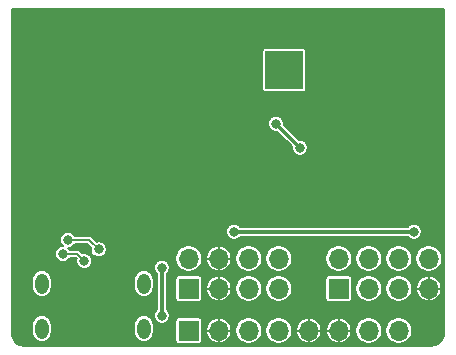
<source format=gbr>
%TF.GenerationSoftware,KiCad,Pcbnew,5.1.10*%
%TF.CreationDate,2021-05-31T03:58:19-05:00*%
%TF.ProjectId,airsensor,61697273-656e-4736-9f72-2e6b69636164,rev?*%
%TF.SameCoordinates,Original*%
%TF.FileFunction,Copper,L2,Bot*%
%TF.FilePolarity,Positive*%
%FSLAX46Y46*%
G04 Gerber Fmt 4.6, Leading zero omitted, Abs format (unit mm)*
G04 Created by KiCad (PCBNEW 5.1.10) date 2021-05-31 03:58:19*
%MOMM*%
%LPD*%
G01*
G04 APERTURE LIST*
%TA.AperFunction,ComponentPad*%
%ADD10O,1.110000X1.710000*%
%TD*%
%TA.AperFunction,ComponentPad*%
%ADD11O,1.700000X1.700000*%
%TD*%
%TA.AperFunction,ComponentPad*%
%ADD12R,1.700000X1.700000*%
%TD*%
%TA.AperFunction,ComponentPad*%
%ADD13R,3.200000X3.200000*%
%TD*%
%TA.AperFunction,ViaPad*%
%ADD14C,0.800000*%
%TD*%
%TA.AperFunction,Conductor*%
%ADD15C,0.304800*%
%TD*%
%TA.AperFunction,Conductor*%
%ADD16C,0.152400*%
%TD*%
%TA.AperFunction,Conductor*%
%ADD17C,0.250000*%
%TD*%
%TA.AperFunction,Conductor*%
%ADD18C,0.100000*%
%TD*%
G04 APERTURE END LIST*
D10*
%TO.P,J1,2*%
%TO.N,N/C*%
X145798000Y-157822000D03*
%TO.P,J1,3*%
X145798000Y-161622000D03*
%TO.P,J1,4*%
X137158000Y-161622000D03*
%TO.P,J1,1*%
X137158000Y-157822000D03*
%TD*%
D11*
%TO.P,J3,8*%
%TO.N,/TX*%
X167386000Y-161798000D03*
%TO.P,J3,7*%
%TO.N,/RX*%
X164846000Y-161798000D03*
%TO.P,J3,6*%
%TO.N,GND*%
X162306000Y-161798000D03*
%TO.P,J3,5*%
X159766000Y-161798000D03*
%TO.P,J3,4*%
%TO.N,/SDA*%
X157226000Y-161798000D03*
%TO.P,J3,3*%
%TO.N,/SCL*%
X154686000Y-161798000D03*
%TO.P,J3,2*%
%TO.N,GND*%
X152146000Y-161798000D03*
D12*
%TO.P,J3,1*%
%TO.N,+5V*%
X149606000Y-161798000D03*
%TD*%
D11*
%TO.P,J2,8*%
%TO.N,/SDA*%
X157226000Y-155702000D03*
%TO.P,J2,7*%
X157226000Y-158242000D03*
%TO.P,J2,6*%
%TO.N,/SCL*%
X154686000Y-155702000D03*
%TO.P,J2,5*%
X154686000Y-158242000D03*
%TO.P,J2,4*%
%TO.N,GND*%
X152146000Y-155702000D03*
%TO.P,J2,3*%
X152146000Y-158242000D03*
%TO.P,J2,2*%
%TO.N,+3V3*%
X149606000Y-155702000D03*
D12*
%TO.P,J2,1*%
X149606000Y-158242000D03*
%TD*%
D13*
%TO.P,U2,*%
%TO.N,*%
X157680000Y-139757000D03*
%TD*%
D11*
%TO.P,J4,8*%
%TO.N,+3V3*%
X169926000Y-155702000D03*
%TO.P,J4,7*%
%TO.N,GND*%
X169926000Y-158242000D03*
%TO.P,J4,6*%
%TO.N,/TX*%
X167386000Y-155702000D03*
%TO.P,J4,5*%
X167386000Y-158242000D03*
%TO.P,J4,4*%
%TO.N,/RX*%
X164846000Y-155702000D03*
%TO.P,J4,3*%
X164846000Y-158242000D03*
%TO.P,J4,2*%
%TO.N,/DTR*%
X162306000Y-155702000D03*
D12*
%TO.P,J4,1*%
%TO.N,/RST*%
X162306000Y-158242000D03*
%TD*%
D14*
%TO.N,GND*%
X153416000Y-151130000D03*
X144780000Y-153416000D03*
X150876000Y-160020000D03*
X159512000Y-158242000D03*
X169722800Y-160680400D03*
X168148000Y-147320000D03*
X170434000Y-150368000D03*
X145034000Y-149860000D03*
%TO.N,+5V*%
X147320000Y-160528000D03*
X147320000Y-156464000D03*
%TO.N,+3V3*%
X153416000Y-153416000D03*
X168656000Y-153416000D03*
%TO.N,Net-(J1-PadA5)*%
X138966000Y-155322000D03*
X140766000Y-155922000D03*
%TO.N,Net-(J1-PadB5)*%
X139366000Y-154122000D03*
X141966000Y-154922000D03*
%TO.N,/RST*%
X159004000Y-146304000D03*
X156972000Y-144272000D03*
%TD*%
D15*
%TO.N,+5V*%
X147320000Y-160528000D02*
X147320000Y-156464000D01*
%TO.N,+3V3*%
X153416000Y-153416000D02*
X168656000Y-153416000D01*
D16*
%TO.N,Net-(J1-PadA5)*%
X138966000Y-155322000D02*
X140166000Y-155322000D01*
X140166000Y-155322000D02*
X140766000Y-155922000D01*
%TO.N,Net-(J1-PadB5)*%
X141166000Y-154122000D02*
X141966000Y-154922000D01*
X139366000Y-154122000D02*
X141166000Y-154122000D01*
D17*
%TO.N,/RST*%
X156972000Y-144272000D02*
X159004000Y-146304000D01*
%TD*%
D16*
%TO.N,GND*%
X171196407Y-162039517D02*
X171175849Y-162249186D01*
X171118584Y-162438856D01*
X171025566Y-162613797D01*
X170900344Y-162767334D01*
X170747683Y-162893626D01*
X170573398Y-162987861D01*
X170384134Y-163046449D01*
X170175279Y-163068400D01*
X135648406Y-163068400D01*
X135438814Y-163047849D01*
X135249144Y-162990584D01*
X135074203Y-162897566D01*
X134920666Y-162772344D01*
X134794374Y-162619683D01*
X134700139Y-162445398D01*
X134641551Y-162256134D01*
X134619600Y-162047279D01*
X134619600Y-161281176D01*
X136326800Y-161281176D01*
X136326800Y-161962825D01*
X136338828Y-162084944D01*
X136386356Y-162241625D01*
X136463540Y-162386024D01*
X136567411Y-162512590D01*
X136693977Y-162616461D01*
X136838376Y-162693644D01*
X136995057Y-162741172D01*
X137158000Y-162757221D01*
X137320944Y-162741172D01*
X137477625Y-162693644D01*
X137622024Y-162616461D01*
X137748590Y-162512590D01*
X137852461Y-162386024D01*
X137929644Y-162241625D01*
X137977172Y-162084944D01*
X137989200Y-161962825D01*
X137989200Y-161281176D01*
X144966800Y-161281176D01*
X144966800Y-161962825D01*
X144978828Y-162084944D01*
X145026356Y-162241625D01*
X145103540Y-162386024D01*
X145207411Y-162512590D01*
X145333977Y-162616461D01*
X145478376Y-162693644D01*
X145635057Y-162741172D01*
X145798000Y-162757221D01*
X145960944Y-162741172D01*
X146117625Y-162693644D01*
X146262024Y-162616461D01*
X146388590Y-162512590D01*
X146492461Y-162386024D01*
X146569644Y-162241625D01*
X146617172Y-162084944D01*
X146629200Y-161962825D01*
X146629200Y-161281175D01*
X146617172Y-161159056D01*
X146569644Y-161002375D01*
X146492461Y-160857976D01*
X146388590Y-160731410D01*
X146262023Y-160627539D01*
X146117624Y-160550356D01*
X145960943Y-160502828D01*
X145798000Y-160486779D01*
X145635056Y-160502828D01*
X145478375Y-160550356D01*
X145333976Y-160627539D01*
X145207410Y-160731410D01*
X145103539Y-160857977D01*
X145026356Y-161002376D01*
X144978828Y-161159057D01*
X144966800Y-161281176D01*
X137989200Y-161281176D01*
X137989200Y-161281175D01*
X137977172Y-161159056D01*
X137929644Y-161002375D01*
X137852461Y-160857976D01*
X137748590Y-160731410D01*
X137622023Y-160627539D01*
X137477624Y-160550356D01*
X137320943Y-160502828D01*
X137158000Y-160486779D01*
X136995056Y-160502828D01*
X136838375Y-160550356D01*
X136693976Y-160627539D01*
X136567410Y-160731410D01*
X136463539Y-160857977D01*
X136386356Y-161002376D01*
X136338828Y-161159057D01*
X136326800Y-161281176D01*
X134619600Y-161281176D01*
X134619600Y-157481176D01*
X136326800Y-157481176D01*
X136326800Y-158162825D01*
X136338828Y-158284944D01*
X136386356Y-158441625D01*
X136463540Y-158586024D01*
X136567411Y-158712590D01*
X136693977Y-158816461D01*
X136838376Y-158893644D01*
X136995057Y-158941172D01*
X137158000Y-158957221D01*
X137320944Y-158941172D01*
X137477625Y-158893644D01*
X137622024Y-158816461D01*
X137748590Y-158712590D01*
X137852461Y-158586024D01*
X137929644Y-158441625D01*
X137977172Y-158284944D01*
X137989200Y-158162825D01*
X137989200Y-157481176D01*
X144966800Y-157481176D01*
X144966800Y-158162825D01*
X144978828Y-158284944D01*
X145026356Y-158441625D01*
X145103540Y-158586024D01*
X145207411Y-158712590D01*
X145333977Y-158816461D01*
X145478376Y-158893644D01*
X145635057Y-158941172D01*
X145798000Y-158957221D01*
X145960944Y-158941172D01*
X146117625Y-158893644D01*
X146262024Y-158816461D01*
X146388590Y-158712590D01*
X146492461Y-158586024D01*
X146569644Y-158441625D01*
X146617172Y-158284944D01*
X146629200Y-158162825D01*
X146629200Y-157481175D01*
X146617172Y-157359056D01*
X146569644Y-157202375D01*
X146492461Y-157057976D01*
X146388590Y-156931410D01*
X146262023Y-156827539D01*
X146117624Y-156750356D01*
X145960943Y-156702828D01*
X145798000Y-156686779D01*
X145635056Y-156702828D01*
X145478375Y-156750356D01*
X145333976Y-156827539D01*
X145207410Y-156931410D01*
X145103539Y-157057977D01*
X145026356Y-157202376D01*
X144978828Y-157359057D01*
X144966800Y-157481176D01*
X137989200Y-157481176D01*
X137989200Y-157481175D01*
X137977172Y-157359056D01*
X137929644Y-157202375D01*
X137852461Y-157057976D01*
X137748590Y-156931410D01*
X137622023Y-156827539D01*
X137477624Y-156750356D01*
X137320943Y-156702828D01*
X137158000Y-156686779D01*
X136995056Y-156702828D01*
X136838375Y-156750356D01*
X136693976Y-156827539D01*
X136567410Y-156931410D01*
X136463539Y-157057977D01*
X136386356Y-157202376D01*
X136338828Y-157359057D01*
X136326800Y-157481176D01*
X134619600Y-157481176D01*
X134619600Y-155255400D01*
X138289800Y-155255400D01*
X138289800Y-155388600D01*
X138315786Y-155519240D01*
X138366759Y-155642301D01*
X138440761Y-155753052D01*
X138534948Y-155847239D01*
X138645699Y-155921241D01*
X138768760Y-155972214D01*
X138899400Y-155998200D01*
X139032600Y-155998200D01*
X139163240Y-155972214D01*
X139286301Y-155921241D01*
X139397052Y-155847239D01*
X139491239Y-155753052D01*
X139543793Y-155674400D01*
X140020032Y-155674400D01*
X140108255Y-155762623D01*
X140089800Y-155855400D01*
X140089800Y-155988600D01*
X140115786Y-156119240D01*
X140166759Y-156242301D01*
X140240761Y-156353052D01*
X140334948Y-156447239D01*
X140445699Y-156521241D01*
X140568760Y-156572214D01*
X140699400Y-156598200D01*
X140832600Y-156598200D01*
X140963240Y-156572214D01*
X141086301Y-156521241D01*
X141197052Y-156447239D01*
X141246891Y-156397400D01*
X146643800Y-156397400D01*
X146643800Y-156530600D01*
X146669786Y-156661240D01*
X146720759Y-156784301D01*
X146794761Y-156895052D01*
X146888948Y-156989239D01*
X146891401Y-156990878D01*
X146891400Y-160001123D01*
X146888948Y-160002761D01*
X146794761Y-160096948D01*
X146720759Y-160207699D01*
X146669786Y-160330760D01*
X146643800Y-160461400D01*
X146643800Y-160594600D01*
X146669786Y-160725240D01*
X146720759Y-160848301D01*
X146794761Y-160959052D01*
X146888948Y-161053239D01*
X146999699Y-161127241D01*
X147122760Y-161178214D01*
X147253400Y-161204200D01*
X147386600Y-161204200D01*
X147517240Y-161178214D01*
X147640301Y-161127241D01*
X147751052Y-161053239D01*
X147845239Y-160959052D01*
X147852623Y-160948000D01*
X148478464Y-160948000D01*
X148478464Y-162648000D01*
X148483797Y-162702145D01*
X148499590Y-162754208D01*
X148525237Y-162802191D01*
X148559752Y-162844248D01*
X148601809Y-162878763D01*
X148649792Y-162904410D01*
X148701855Y-162920203D01*
X148756000Y-162925536D01*
X150456000Y-162925536D01*
X150510145Y-162920203D01*
X150562208Y-162904410D01*
X150610191Y-162878763D01*
X150652248Y-162844248D01*
X150686763Y-162802191D01*
X150712410Y-162754208D01*
X150728203Y-162702145D01*
X150733536Y-162648000D01*
X150733536Y-161966780D01*
X151080687Y-161966780D01*
X151134084Y-162171369D01*
X151226368Y-162361610D01*
X151353993Y-162530192D01*
X151512055Y-162670636D01*
X151694479Y-162777545D01*
X151894255Y-162846811D01*
X151977220Y-162863313D01*
X152145950Y-162819450D01*
X152145950Y-161798050D01*
X152146050Y-161798050D01*
X152146050Y-162819450D01*
X152314780Y-162863313D01*
X152397745Y-162846811D01*
X152597521Y-162777545D01*
X152779945Y-162670636D01*
X152938007Y-162530192D01*
X153065632Y-162361610D01*
X153157916Y-162171369D01*
X153211313Y-161966780D01*
X153167450Y-161798050D01*
X152146050Y-161798050D01*
X152145950Y-161798050D01*
X151124550Y-161798050D01*
X151080687Y-161966780D01*
X150733536Y-161966780D01*
X150733536Y-161629220D01*
X151080687Y-161629220D01*
X151124550Y-161797950D01*
X152145950Y-161797950D01*
X152145950Y-160776550D01*
X152146050Y-160776550D01*
X152146050Y-161797950D01*
X153167450Y-161797950D01*
X153196271Y-161687079D01*
X153559800Y-161687079D01*
X153559800Y-161908921D01*
X153603079Y-162126500D01*
X153687975Y-162331456D01*
X153811223Y-162515911D01*
X153968089Y-162672777D01*
X154152544Y-162796025D01*
X154357500Y-162880921D01*
X154575079Y-162924200D01*
X154796921Y-162924200D01*
X155014500Y-162880921D01*
X155219456Y-162796025D01*
X155403911Y-162672777D01*
X155560777Y-162515911D01*
X155684025Y-162331456D01*
X155768921Y-162126500D01*
X155812200Y-161908921D01*
X155812200Y-161687079D01*
X156099800Y-161687079D01*
X156099800Y-161908921D01*
X156143079Y-162126500D01*
X156227975Y-162331456D01*
X156351223Y-162515911D01*
X156508089Y-162672777D01*
X156692544Y-162796025D01*
X156897500Y-162880921D01*
X157115079Y-162924200D01*
X157336921Y-162924200D01*
X157554500Y-162880921D01*
X157759456Y-162796025D01*
X157943911Y-162672777D01*
X158100777Y-162515911D01*
X158224025Y-162331456D01*
X158308921Y-162126500D01*
X158340691Y-161966780D01*
X158700687Y-161966780D01*
X158754084Y-162171369D01*
X158846368Y-162361610D01*
X158973993Y-162530192D01*
X159132055Y-162670636D01*
X159314479Y-162777545D01*
X159514255Y-162846811D01*
X159597220Y-162863313D01*
X159765950Y-162819450D01*
X159765950Y-161798050D01*
X159766050Y-161798050D01*
X159766050Y-162819450D01*
X159934780Y-162863313D01*
X160017745Y-162846811D01*
X160217521Y-162777545D01*
X160399945Y-162670636D01*
X160558007Y-162530192D01*
X160685632Y-162361610D01*
X160777916Y-162171369D01*
X160831313Y-161966780D01*
X161240687Y-161966780D01*
X161294084Y-162171369D01*
X161386368Y-162361610D01*
X161513993Y-162530192D01*
X161672055Y-162670636D01*
X161854479Y-162777545D01*
X162054255Y-162846811D01*
X162137220Y-162863313D01*
X162305950Y-162819450D01*
X162305950Y-161798050D01*
X162306050Y-161798050D01*
X162306050Y-162819450D01*
X162474780Y-162863313D01*
X162557745Y-162846811D01*
X162757521Y-162777545D01*
X162939945Y-162670636D01*
X163098007Y-162530192D01*
X163225632Y-162361610D01*
X163317916Y-162171369D01*
X163371313Y-161966780D01*
X163327450Y-161798050D01*
X162306050Y-161798050D01*
X162305950Y-161798050D01*
X161284550Y-161798050D01*
X161240687Y-161966780D01*
X160831313Y-161966780D01*
X160787450Y-161798050D01*
X159766050Y-161798050D01*
X159765950Y-161798050D01*
X158744550Y-161798050D01*
X158700687Y-161966780D01*
X158340691Y-161966780D01*
X158352200Y-161908921D01*
X158352200Y-161687079D01*
X158340692Y-161629220D01*
X158700687Y-161629220D01*
X158744550Y-161797950D01*
X159765950Y-161797950D01*
X159765950Y-160776550D01*
X159766050Y-160776550D01*
X159766050Y-161797950D01*
X160787450Y-161797950D01*
X160831313Y-161629220D01*
X161240687Y-161629220D01*
X161284550Y-161797950D01*
X162305950Y-161797950D01*
X162305950Y-160776550D01*
X162306050Y-160776550D01*
X162306050Y-161797950D01*
X163327450Y-161797950D01*
X163356271Y-161687079D01*
X163719800Y-161687079D01*
X163719800Y-161908921D01*
X163763079Y-162126500D01*
X163847975Y-162331456D01*
X163971223Y-162515911D01*
X164128089Y-162672777D01*
X164312544Y-162796025D01*
X164517500Y-162880921D01*
X164735079Y-162924200D01*
X164956921Y-162924200D01*
X165174500Y-162880921D01*
X165379456Y-162796025D01*
X165563911Y-162672777D01*
X165720777Y-162515911D01*
X165844025Y-162331456D01*
X165928921Y-162126500D01*
X165972200Y-161908921D01*
X165972200Y-161687079D01*
X166259800Y-161687079D01*
X166259800Y-161908921D01*
X166303079Y-162126500D01*
X166387975Y-162331456D01*
X166511223Y-162515911D01*
X166668089Y-162672777D01*
X166852544Y-162796025D01*
X167057500Y-162880921D01*
X167275079Y-162924200D01*
X167496921Y-162924200D01*
X167714500Y-162880921D01*
X167919456Y-162796025D01*
X168103911Y-162672777D01*
X168260777Y-162515911D01*
X168384025Y-162331456D01*
X168468921Y-162126500D01*
X168512200Y-161908921D01*
X168512200Y-161687079D01*
X168468921Y-161469500D01*
X168384025Y-161264544D01*
X168260777Y-161080089D01*
X168103911Y-160923223D01*
X167919456Y-160799975D01*
X167714500Y-160715079D01*
X167496921Y-160671800D01*
X167275079Y-160671800D01*
X167057500Y-160715079D01*
X166852544Y-160799975D01*
X166668089Y-160923223D01*
X166511223Y-161080089D01*
X166387975Y-161264544D01*
X166303079Y-161469500D01*
X166259800Y-161687079D01*
X165972200Y-161687079D01*
X165928921Y-161469500D01*
X165844025Y-161264544D01*
X165720777Y-161080089D01*
X165563911Y-160923223D01*
X165379456Y-160799975D01*
X165174500Y-160715079D01*
X164956921Y-160671800D01*
X164735079Y-160671800D01*
X164517500Y-160715079D01*
X164312544Y-160799975D01*
X164128089Y-160923223D01*
X163971223Y-161080089D01*
X163847975Y-161264544D01*
X163763079Y-161469500D01*
X163719800Y-161687079D01*
X163356271Y-161687079D01*
X163371313Y-161629220D01*
X163317916Y-161424631D01*
X163225632Y-161234390D01*
X163098007Y-161065808D01*
X162939945Y-160925364D01*
X162757521Y-160818455D01*
X162557745Y-160749189D01*
X162474780Y-160732687D01*
X162306050Y-160776550D01*
X162305950Y-160776550D01*
X162137220Y-160732687D01*
X162054255Y-160749189D01*
X161854479Y-160818455D01*
X161672055Y-160925364D01*
X161513993Y-161065808D01*
X161386368Y-161234390D01*
X161294084Y-161424631D01*
X161240687Y-161629220D01*
X160831313Y-161629220D01*
X160777916Y-161424631D01*
X160685632Y-161234390D01*
X160558007Y-161065808D01*
X160399945Y-160925364D01*
X160217521Y-160818455D01*
X160017745Y-160749189D01*
X159934780Y-160732687D01*
X159766050Y-160776550D01*
X159765950Y-160776550D01*
X159597220Y-160732687D01*
X159514255Y-160749189D01*
X159314479Y-160818455D01*
X159132055Y-160925364D01*
X158973993Y-161065808D01*
X158846368Y-161234390D01*
X158754084Y-161424631D01*
X158700687Y-161629220D01*
X158340692Y-161629220D01*
X158308921Y-161469500D01*
X158224025Y-161264544D01*
X158100777Y-161080089D01*
X157943911Y-160923223D01*
X157759456Y-160799975D01*
X157554500Y-160715079D01*
X157336921Y-160671800D01*
X157115079Y-160671800D01*
X156897500Y-160715079D01*
X156692544Y-160799975D01*
X156508089Y-160923223D01*
X156351223Y-161080089D01*
X156227975Y-161264544D01*
X156143079Y-161469500D01*
X156099800Y-161687079D01*
X155812200Y-161687079D01*
X155768921Y-161469500D01*
X155684025Y-161264544D01*
X155560777Y-161080089D01*
X155403911Y-160923223D01*
X155219456Y-160799975D01*
X155014500Y-160715079D01*
X154796921Y-160671800D01*
X154575079Y-160671800D01*
X154357500Y-160715079D01*
X154152544Y-160799975D01*
X153968089Y-160923223D01*
X153811223Y-161080089D01*
X153687975Y-161264544D01*
X153603079Y-161469500D01*
X153559800Y-161687079D01*
X153196271Y-161687079D01*
X153211313Y-161629220D01*
X153157916Y-161424631D01*
X153065632Y-161234390D01*
X152938007Y-161065808D01*
X152779945Y-160925364D01*
X152597521Y-160818455D01*
X152397745Y-160749189D01*
X152314780Y-160732687D01*
X152146050Y-160776550D01*
X152145950Y-160776550D01*
X151977220Y-160732687D01*
X151894255Y-160749189D01*
X151694479Y-160818455D01*
X151512055Y-160925364D01*
X151353993Y-161065808D01*
X151226368Y-161234390D01*
X151134084Y-161424631D01*
X151080687Y-161629220D01*
X150733536Y-161629220D01*
X150733536Y-160948000D01*
X150728203Y-160893855D01*
X150712410Y-160841792D01*
X150686763Y-160793809D01*
X150652248Y-160751752D01*
X150610191Y-160717237D01*
X150562208Y-160691590D01*
X150510145Y-160675797D01*
X150456000Y-160670464D01*
X148756000Y-160670464D01*
X148701855Y-160675797D01*
X148649792Y-160691590D01*
X148601809Y-160717237D01*
X148559752Y-160751752D01*
X148525237Y-160793809D01*
X148499590Y-160841792D01*
X148483797Y-160893855D01*
X148478464Y-160948000D01*
X147852623Y-160948000D01*
X147919241Y-160848301D01*
X147970214Y-160725240D01*
X147996200Y-160594600D01*
X147996200Y-160461400D01*
X147970214Y-160330760D01*
X147919241Y-160207699D01*
X147845239Y-160096948D01*
X147751052Y-160002761D01*
X147748600Y-160001123D01*
X147748600Y-157392000D01*
X148478464Y-157392000D01*
X148478464Y-159092000D01*
X148483797Y-159146145D01*
X148499590Y-159198208D01*
X148525237Y-159246191D01*
X148559752Y-159288248D01*
X148601809Y-159322763D01*
X148649792Y-159348410D01*
X148701855Y-159364203D01*
X148756000Y-159369536D01*
X150456000Y-159369536D01*
X150510145Y-159364203D01*
X150562208Y-159348410D01*
X150610191Y-159322763D01*
X150652248Y-159288248D01*
X150686763Y-159246191D01*
X150712410Y-159198208D01*
X150728203Y-159146145D01*
X150733536Y-159092000D01*
X150733536Y-158410780D01*
X151080687Y-158410780D01*
X151134084Y-158615369D01*
X151226368Y-158805610D01*
X151353993Y-158974192D01*
X151512055Y-159114636D01*
X151694479Y-159221545D01*
X151894255Y-159290811D01*
X151977220Y-159307313D01*
X152145950Y-159263450D01*
X152145950Y-158242050D01*
X152146050Y-158242050D01*
X152146050Y-159263450D01*
X152314780Y-159307313D01*
X152397745Y-159290811D01*
X152597521Y-159221545D01*
X152779945Y-159114636D01*
X152938007Y-158974192D01*
X153065632Y-158805610D01*
X153157916Y-158615369D01*
X153211313Y-158410780D01*
X153167450Y-158242050D01*
X152146050Y-158242050D01*
X152145950Y-158242050D01*
X151124550Y-158242050D01*
X151080687Y-158410780D01*
X150733536Y-158410780D01*
X150733536Y-158073220D01*
X151080687Y-158073220D01*
X151124550Y-158241950D01*
X152145950Y-158241950D01*
X152145950Y-157220550D01*
X152146050Y-157220550D01*
X152146050Y-158241950D01*
X153167450Y-158241950D01*
X153196271Y-158131079D01*
X153559800Y-158131079D01*
X153559800Y-158352921D01*
X153603079Y-158570500D01*
X153687975Y-158775456D01*
X153811223Y-158959911D01*
X153968089Y-159116777D01*
X154152544Y-159240025D01*
X154357500Y-159324921D01*
X154575079Y-159368200D01*
X154796921Y-159368200D01*
X155014500Y-159324921D01*
X155219456Y-159240025D01*
X155403911Y-159116777D01*
X155560777Y-158959911D01*
X155684025Y-158775456D01*
X155768921Y-158570500D01*
X155812200Y-158352921D01*
X155812200Y-158131079D01*
X156099800Y-158131079D01*
X156099800Y-158352921D01*
X156143079Y-158570500D01*
X156227975Y-158775456D01*
X156351223Y-158959911D01*
X156508089Y-159116777D01*
X156692544Y-159240025D01*
X156897500Y-159324921D01*
X157115079Y-159368200D01*
X157336921Y-159368200D01*
X157554500Y-159324921D01*
X157759456Y-159240025D01*
X157943911Y-159116777D01*
X158100777Y-158959911D01*
X158224025Y-158775456D01*
X158308921Y-158570500D01*
X158352200Y-158352921D01*
X158352200Y-158131079D01*
X158308921Y-157913500D01*
X158224025Y-157708544D01*
X158100777Y-157524089D01*
X157968688Y-157392000D01*
X161178464Y-157392000D01*
X161178464Y-159092000D01*
X161183797Y-159146145D01*
X161199590Y-159198208D01*
X161225237Y-159246191D01*
X161259752Y-159288248D01*
X161301809Y-159322763D01*
X161349792Y-159348410D01*
X161401855Y-159364203D01*
X161456000Y-159369536D01*
X163156000Y-159369536D01*
X163210145Y-159364203D01*
X163262208Y-159348410D01*
X163310191Y-159322763D01*
X163352248Y-159288248D01*
X163386763Y-159246191D01*
X163412410Y-159198208D01*
X163428203Y-159146145D01*
X163433536Y-159092000D01*
X163433536Y-158131079D01*
X163719800Y-158131079D01*
X163719800Y-158352921D01*
X163763079Y-158570500D01*
X163847975Y-158775456D01*
X163971223Y-158959911D01*
X164128089Y-159116777D01*
X164312544Y-159240025D01*
X164517500Y-159324921D01*
X164735079Y-159368200D01*
X164956921Y-159368200D01*
X165174500Y-159324921D01*
X165379456Y-159240025D01*
X165563911Y-159116777D01*
X165720777Y-158959911D01*
X165844025Y-158775456D01*
X165928921Y-158570500D01*
X165972200Y-158352921D01*
X165972200Y-158131079D01*
X166259800Y-158131079D01*
X166259800Y-158352921D01*
X166303079Y-158570500D01*
X166387975Y-158775456D01*
X166511223Y-158959911D01*
X166668089Y-159116777D01*
X166852544Y-159240025D01*
X167057500Y-159324921D01*
X167275079Y-159368200D01*
X167496921Y-159368200D01*
X167714500Y-159324921D01*
X167919456Y-159240025D01*
X168103911Y-159116777D01*
X168260777Y-158959911D01*
X168384025Y-158775456D01*
X168468921Y-158570500D01*
X168500691Y-158410780D01*
X168860687Y-158410780D01*
X168914084Y-158615369D01*
X169006368Y-158805610D01*
X169133993Y-158974192D01*
X169292055Y-159114636D01*
X169474479Y-159221545D01*
X169674255Y-159290811D01*
X169757220Y-159307313D01*
X169925950Y-159263450D01*
X169925950Y-158242050D01*
X169926050Y-158242050D01*
X169926050Y-159263450D01*
X170094780Y-159307313D01*
X170177745Y-159290811D01*
X170377521Y-159221545D01*
X170559945Y-159114636D01*
X170718007Y-158974192D01*
X170845632Y-158805610D01*
X170937916Y-158615369D01*
X170991313Y-158410780D01*
X170947450Y-158242050D01*
X169926050Y-158242050D01*
X169925950Y-158242050D01*
X168904550Y-158242050D01*
X168860687Y-158410780D01*
X168500691Y-158410780D01*
X168512200Y-158352921D01*
X168512200Y-158131079D01*
X168500692Y-158073220D01*
X168860687Y-158073220D01*
X168904550Y-158241950D01*
X169925950Y-158241950D01*
X169925950Y-157220550D01*
X169926050Y-157220550D01*
X169926050Y-158241950D01*
X170947450Y-158241950D01*
X170991313Y-158073220D01*
X170937916Y-157868631D01*
X170845632Y-157678390D01*
X170718007Y-157509808D01*
X170559945Y-157369364D01*
X170377521Y-157262455D01*
X170177745Y-157193189D01*
X170094780Y-157176687D01*
X169926050Y-157220550D01*
X169925950Y-157220550D01*
X169757220Y-157176687D01*
X169674255Y-157193189D01*
X169474479Y-157262455D01*
X169292055Y-157369364D01*
X169133993Y-157509808D01*
X169006368Y-157678390D01*
X168914084Y-157868631D01*
X168860687Y-158073220D01*
X168500692Y-158073220D01*
X168468921Y-157913500D01*
X168384025Y-157708544D01*
X168260777Y-157524089D01*
X168103911Y-157367223D01*
X167919456Y-157243975D01*
X167714500Y-157159079D01*
X167496921Y-157115800D01*
X167275079Y-157115800D01*
X167057500Y-157159079D01*
X166852544Y-157243975D01*
X166668089Y-157367223D01*
X166511223Y-157524089D01*
X166387975Y-157708544D01*
X166303079Y-157913500D01*
X166259800Y-158131079D01*
X165972200Y-158131079D01*
X165928921Y-157913500D01*
X165844025Y-157708544D01*
X165720777Y-157524089D01*
X165563911Y-157367223D01*
X165379456Y-157243975D01*
X165174500Y-157159079D01*
X164956921Y-157115800D01*
X164735079Y-157115800D01*
X164517500Y-157159079D01*
X164312544Y-157243975D01*
X164128089Y-157367223D01*
X163971223Y-157524089D01*
X163847975Y-157708544D01*
X163763079Y-157913500D01*
X163719800Y-158131079D01*
X163433536Y-158131079D01*
X163433536Y-157392000D01*
X163428203Y-157337855D01*
X163412410Y-157285792D01*
X163386763Y-157237809D01*
X163352248Y-157195752D01*
X163310191Y-157161237D01*
X163262208Y-157135590D01*
X163210145Y-157119797D01*
X163156000Y-157114464D01*
X161456000Y-157114464D01*
X161401855Y-157119797D01*
X161349792Y-157135590D01*
X161301809Y-157161237D01*
X161259752Y-157195752D01*
X161225237Y-157237809D01*
X161199590Y-157285792D01*
X161183797Y-157337855D01*
X161178464Y-157392000D01*
X157968688Y-157392000D01*
X157943911Y-157367223D01*
X157759456Y-157243975D01*
X157554500Y-157159079D01*
X157336921Y-157115800D01*
X157115079Y-157115800D01*
X156897500Y-157159079D01*
X156692544Y-157243975D01*
X156508089Y-157367223D01*
X156351223Y-157524089D01*
X156227975Y-157708544D01*
X156143079Y-157913500D01*
X156099800Y-158131079D01*
X155812200Y-158131079D01*
X155768921Y-157913500D01*
X155684025Y-157708544D01*
X155560777Y-157524089D01*
X155403911Y-157367223D01*
X155219456Y-157243975D01*
X155014500Y-157159079D01*
X154796921Y-157115800D01*
X154575079Y-157115800D01*
X154357500Y-157159079D01*
X154152544Y-157243975D01*
X153968089Y-157367223D01*
X153811223Y-157524089D01*
X153687975Y-157708544D01*
X153603079Y-157913500D01*
X153559800Y-158131079D01*
X153196271Y-158131079D01*
X153211313Y-158073220D01*
X153157916Y-157868631D01*
X153065632Y-157678390D01*
X152938007Y-157509808D01*
X152779945Y-157369364D01*
X152597521Y-157262455D01*
X152397745Y-157193189D01*
X152314780Y-157176687D01*
X152146050Y-157220550D01*
X152145950Y-157220550D01*
X151977220Y-157176687D01*
X151894255Y-157193189D01*
X151694479Y-157262455D01*
X151512055Y-157369364D01*
X151353993Y-157509808D01*
X151226368Y-157678390D01*
X151134084Y-157868631D01*
X151080687Y-158073220D01*
X150733536Y-158073220D01*
X150733536Y-157392000D01*
X150728203Y-157337855D01*
X150712410Y-157285792D01*
X150686763Y-157237809D01*
X150652248Y-157195752D01*
X150610191Y-157161237D01*
X150562208Y-157135590D01*
X150510145Y-157119797D01*
X150456000Y-157114464D01*
X148756000Y-157114464D01*
X148701855Y-157119797D01*
X148649792Y-157135590D01*
X148601809Y-157161237D01*
X148559752Y-157195752D01*
X148525237Y-157237809D01*
X148499590Y-157285792D01*
X148483797Y-157337855D01*
X148478464Y-157392000D01*
X147748600Y-157392000D01*
X147748600Y-156990877D01*
X147751052Y-156989239D01*
X147845239Y-156895052D01*
X147919241Y-156784301D01*
X147970214Y-156661240D01*
X147996200Y-156530600D01*
X147996200Y-156397400D01*
X147970214Y-156266760D01*
X147919241Y-156143699D01*
X147845239Y-156032948D01*
X147751052Y-155938761D01*
X147640301Y-155864759D01*
X147517240Y-155813786D01*
X147386600Y-155787800D01*
X147253400Y-155787800D01*
X147122760Y-155813786D01*
X146999699Y-155864759D01*
X146888948Y-155938761D01*
X146794761Y-156032948D01*
X146720759Y-156143699D01*
X146669786Y-156266760D01*
X146643800Y-156397400D01*
X141246891Y-156397400D01*
X141291239Y-156353052D01*
X141365241Y-156242301D01*
X141416214Y-156119240D01*
X141442200Y-155988600D01*
X141442200Y-155855400D01*
X141416214Y-155724760D01*
X141365241Y-155601699D01*
X141291239Y-155490948D01*
X141197052Y-155396761D01*
X141086301Y-155322759D01*
X140963240Y-155271786D01*
X140832600Y-155245800D01*
X140699400Y-155245800D01*
X140606623Y-155264255D01*
X140427429Y-155085061D01*
X140416390Y-155071610D01*
X140362730Y-155027572D01*
X140301510Y-154994850D01*
X140235082Y-154974699D01*
X140183311Y-154969600D01*
X140183304Y-154969600D01*
X140166000Y-154967896D01*
X140148696Y-154969600D01*
X139543793Y-154969600D01*
X139491239Y-154890948D01*
X139398491Y-154798200D01*
X139432600Y-154798200D01*
X139563240Y-154772214D01*
X139686301Y-154721241D01*
X139797052Y-154647239D01*
X139891239Y-154553052D01*
X139943793Y-154474400D01*
X141020032Y-154474400D01*
X141308255Y-154762623D01*
X141289800Y-154855400D01*
X141289800Y-154988600D01*
X141315786Y-155119240D01*
X141366759Y-155242301D01*
X141440761Y-155353052D01*
X141534948Y-155447239D01*
X141645699Y-155521241D01*
X141768760Y-155572214D01*
X141899400Y-155598200D01*
X142032600Y-155598200D01*
X142068399Y-155591079D01*
X148479800Y-155591079D01*
X148479800Y-155812921D01*
X148523079Y-156030500D01*
X148607975Y-156235456D01*
X148731223Y-156419911D01*
X148888089Y-156576777D01*
X149072544Y-156700025D01*
X149277500Y-156784921D01*
X149495079Y-156828200D01*
X149716921Y-156828200D01*
X149934500Y-156784921D01*
X150139456Y-156700025D01*
X150323911Y-156576777D01*
X150480777Y-156419911D01*
X150604025Y-156235456D01*
X150688921Y-156030500D01*
X150720691Y-155870780D01*
X151080687Y-155870780D01*
X151134084Y-156075369D01*
X151226368Y-156265610D01*
X151353993Y-156434192D01*
X151512055Y-156574636D01*
X151694479Y-156681545D01*
X151894255Y-156750811D01*
X151977220Y-156767313D01*
X152145950Y-156723450D01*
X152145950Y-155702050D01*
X152146050Y-155702050D01*
X152146050Y-156723450D01*
X152314780Y-156767313D01*
X152397745Y-156750811D01*
X152597521Y-156681545D01*
X152779945Y-156574636D01*
X152938007Y-156434192D01*
X153065632Y-156265610D01*
X153157916Y-156075369D01*
X153211313Y-155870780D01*
X153167450Y-155702050D01*
X152146050Y-155702050D01*
X152145950Y-155702050D01*
X151124550Y-155702050D01*
X151080687Y-155870780D01*
X150720691Y-155870780D01*
X150732200Y-155812921D01*
X150732200Y-155591079D01*
X150720692Y-155533220D01*
X151080687Y-155533220D01*
X151124550Y-155701950D01*
X152145950Y-155701950D01*
X152145950Y-154680550D01*
X152146050Y-154680550D01*
X152146050Y-155701950D01*
X153167450Y-155701950D01*
X153196271Y-155591079D01*
X153559800Y-155591079D01*
X153559800Y-155812921D01*
X153603079Y-156030500D01*
X153687975Y-156235456D01*
X153811223Y-156419911D01*
X153968089Y-156576777D01*
X154152544Y-156700025D01*
X154357500Y-156784921D01*
X154575079Y-156828200D01*
X154796921Y-156828200D01*
X155014500Y-156784921D01*
X155219456Y-156700025D01*
X155403911Y-156576777D01*
X155560777Y-156419911D01*
X155684025Y-156235456D01*
X155768921Y-156030500D01*
X155812200Y-155812921D01*
X155812200Y-155591079D01*
X156099800Y-155591079D01*
X156099800Y-155812921D01*
X156143079Y-156030500D01*
X156227975Y-156235456D01*
X156351223Y-156419911D01*
X156508089Y-156576777D01*
X156692544Y-156700025D01*
X156897500Y-156784921D01*
X157115079Y-156828200D01*
X157336921Y-156828200D01*
X157554500Y-156784921D01*
X157759456Y-156700025D01*
X157943911Y-156576777D01*
X158100777Y-156419911D01*
X158224025Y-156235456D01*
X158308921Y-156030500D01*
X158352200Y-155812921D01*
X158352200Y-155591079D01*
X161179800Y-155591079D01*
X161179800Y-155812921D01*
X161223079Y-156030500D01*
X161307975Y-156235456D01*
X161431223Y-156419911D01*
X161588089Y-156576777D01*
X161772544Y-156700025D01*
X161977500Y-156784921D01*
X162195079Y-156828200D01*
X162416921Y-156828200D01*
X162634500Y-156784921D01*
X162839456Y-156700025D01*
X163023911Y-156576777D01*
X163180777Y-156419911D01*
X163304025Y-156235456D01*
X163388921Y-156030500D01*
X163432200Y-155812921D01*
X163432200Y-155591079D01*
X163719800Y-155591079D01*
X163719800Y-155812921D01*
X163763079Y-156030500D01*
X163847975Y-156235456D01*
X163971223Y-156419911D01*
X164128089Y-156576777D01*
X164312544Y-156700025D01*
X164517500Y-156784921D01*
X164735079Y-156828200D01*
X164956921Y-156828200D01*
X165174500Y-156784921D01*
X165379456Y-156700025D01*
X165563911Y-156576777D01*
X165720777Y-156419911D01*
X165844025Y-156235456D01*
X165928921Y-156030500D01*
X165972200Y-155812921D01*
X165972200Y-155591079D01*
X166259800Y-155591079D01*
X166259800Y-155812921D01*
X166303079Y-156030500D01*
X166387975Y-156235456D01*
X166511223Y-156419911D01*
X166668089Y-156576777D01*
X166852544Y-156700025D01*
X167057500Y-156784921D01*
X167275079Y-156828200D01*
X167496921Y-156828200D01*
X167714500Y-156784921D01*
X167919456Y-156700025D01*
X168103911Y-156576777D01*
X168260777Y-156419911D01*
X168384025Y-156235456D01*
X168468921Y-156030500D01*
X168512200Y-155812921D01*
X168512200Y-155591079D01*
X168799800Y-155591079D01*
X168799800Y-155812921D01*
X168843079Y-156030500D01*
X168927975Y-156235456D01*
X169051223Y-156419911D01*
X169208089Y-156576777D01*
X169392544Y-156700025D01*
X169597500Y-156784921D01*
X169815079Y-156828200D01*
X170036921Y-156828200D01*
X170254500Y-156784921D01*
X170459456Y-156700025D01*
X170643911Y-156576777D01*
X170800777Y-156419911D01*
X170924025Y-156235456D01*
X171008921Y-156030500D01*
X171052200Y-155812921D01*
X171052200Y-155591079D01*
X171008921Y-155373500D01*
X170924025Y-155168544D01*
X170800777Y-154984089D01*
X170643911Y-154827223D01*
X170459456Y-154703975D01*
X170254500Y-154619079D01*
X170036921Y-154575800D01*
X169815079Y-154575800D01*
X169597500Y-154619079D01*
X169392544Y-154703975D01*
X169208089Y-154827223D01*
X169051223Y-154984089D01*
X168927975Y-155168544D01*
X168843079Y-155373500D01*
X168799800Y-155591079D01*
X168512200Y-155591079D01*
X168468921Y-155373500D01*
X168384025Y-155168544D01*
X168260777Y-154984089D01*
X168103911Y-154827223D01*
X167919456Y-154703975D01*
X167714500Y-154619079D01*
X167496921Y-154575800D01*
X167275079Y-154575800D01*
X167057500Y-154619079D01*
X166852544Y-154703975D01*
X166668089Y-154827223D01*
X166511223Y-154984089D01*
X166387975Y-155168544D01*
X166303079Y-155373500D01*
X166259800Y-155591079D01*
X165972200Y-155591079D01*
X165928921Y-155373500D01*
X165844025Y-155168544D01*
X165720777Y-154984089D01*
X165563911Y-154827223D01*
X165379456Y-154703975D01*
X165174500Y-154619079D01*
X164956921Y-154575800D01*
X164735079Y-154575800D01*
X164517500Y-154619079D01*
X164312544Y-154703975D01*
X164128089Y-154827223D01*
X163971223Y-154984089D01*
X163847975Y-155168544D01*
X163763079Y-155373500D01*
X163719800Y-155591079D01*
X163432200Y-155591079D01*
X163388921Y-155373500D01*
X163304025Y-155168544D01*
X163180777Y-154984089D01*
X163023911Y-154827223D01*
X162839456Y-154703975D01*
X162634500Y-154619079D01*
X162416921Y-154575800D01*
X162195079Y-154575800D01*
X161977500Y-154619079D01*
X161772544Y-154703975D01*
X161588089Y-154827223D01*
X161431223Y-154984089D01*
X161307975Y-155168544D01*
X161223079Y-155373500D01*
X161179800Y-155591079D01*
X158352200Y-155591079D01*
X158308921Y-155373500D01*
X158224025Y-155168544D01*
X158100777Y-154984089D01*
X157943911Y-154827223D01*
X157759456Y-154703975D01*
X157554500Y-154619079D01*
X157336921Y-154575800D01*
X157115079Y-154575800D01*
X156897500Y-154619079D01*
X156692544Y-154703975D01*
X156508089Y-154827223D01*
X156351223Y-154984089D01*
X156227975Y-155168544D01*
X156143079Y-155373500D01*
X156099800Y-155591079D01*
X155812200Y-155591079D01*
X155768921Y-155373500D01*
X155684025Y-155168544D01*
X155560777Y-154984089D01*
X155403911Y-154827223D01*
X155219456Y-154703975D01*
X155014500Y-154619079D01*
X154796921Y-154575800D01*
X154575079Y-154575800D01*
X154357500Y-154619079D01*
X154152544Y-154703975D01*
X153968089Y-154827223D01*
X153811223Y-154984089D01*
X153687975Y-155168544D01*
X153603079Y-155373500D01*
X153559800Y-155591079D01*
X153196271Y-155591079D01*
X153211313Y-155533220D01*
X153157916Y-155328631D01*
X153065632Y-155138390D01*
X152938007Y-154969808D01*
X152779945Y-154829364D01*
X152597521Y-154722455D01*
X152397745Y-154653189D01*
X152314780Y-154636687D01*
X152146050Y-154680550D01*
X152145950Y-154680550D01*
X151977220Y-154636687D01*
X151894255Y-154653189D01*
X151694479Y-154722455D01*
X151512055Y-154829364D01*
X151353993Y-154969808D01*
X151226368Y-155138390D01*
X151134084Y-155328631D01*
X151080687Y-155533220D01*
X150720692Y-155533220D01*
X150688921Y-155373500D01*
X150604025Y-155168544D01*
X150480777Y-154984089D01*
X150323911Y-154827223D01*
X150139456Y-154703975D01*
X149934500Y-154619079D01*
X149716921Y-154575800D01*
X149495079Y-154575800D01*
X149277500Y-154619079D01*
X149072544Y-154703975D01*
X148888089Y-154827223D01*
X148731223Y-154984089D01*
X148607975Y-155168544D01*
X148523079Y-155373500D01*
X148479800Y-155591079D01*
X142068399Y-155591079D01*
X142163240Y-155572214D01*
X142286301Y-155521241D01*
X142397052Y-155447239D01*
X142491239Y-155353052D01*
X142565241Y-155242301D01*
X142616214Y-155119240D01*
X142642200Y-154988600D01*
X142642200Y-154855400D01*
X142616214Y-154724760D01*
X142565241Y-154601699D01*
X142491239Y-154490948D01*
X142397052Y-154396761D01*
X142286301Y-154322759D01*
X142163240Y-154271786D01*
X142032600Y-154245800D01*
X141899400Y-154245800D01*
X141806623Y-154264255D01*
X141427429Y-153885061D01*
X141416390Y-153871610D01*
X141362730Y-153827572D01*
X141301510Y-153794850D01*
X141235082Y-153774699D01*
X141183311Y-153769600D01*
X141183304Y-153769600D01*
X141166000Y-153767896D01*
X141148696Y-153769600D01*
X139943793Y-153769600D01*
X139891239Y-153690948D01*
X139797052Y-153596761D01*
X139686301Y-153522759D01*
X139563240Y-153471786D01*
X139432600Y-153445800D01*
X139299400Y-153445800D01*
X139168760Y-153471786D01*
X139045699Y-153522759D01*
X138934948Y-153596761D01*
X138840761Y-153690948D01*
X138766759Y-153801699D01*
X138715786Y-153924760D01*
X138689800Y-154055400D01*
X138689800Y-154188600D01*
X138715786Y-154319240D01*
X138766759Y-154442301D01*
X138840761Y-154553052D01*
X138933509Y-154645800D01*
X138899400Y-154645800D01*
X138768760Y-154671786D01*
X138645699Y-154722759D01*
X138534948Y-154796761D01*
X138440761Y-154890948D01*
X138366759Y-155001699D01*
X138315786Y-155124760D01*
X138289800Y-155255400D01*
X134619600Y-155255400D01*
X134619600Y-153349400D01*
X152739800Y-153349400D01*
X152739800Y-153482600D01*
X152765786Y-153613240D01*
X152816759Y-153736301D01*
X152890761Y-153847052D01*
X152984948Y-153941239D01*
X153095699Y-154015241D01*
X153218760Y-154066214D01*
X153349400Y-154092200D01*
X153482600Y-154092200D01*
X153613240Y-154066214D01*
X153736301Y-154015241D01*
X153847052Y-153941239D01*
X153941239Y-153847052D01*
X153942877Y-153844600D01*
X168129123Y-153844600D01*
X168130761Y-153847052D01*
X168224948Y-153941239D01*
X168335699Y-154015241D01*
X168458760Y-154066214D01*
X168589400Y-154092200D01*
X168722600Y-154092200D01*
X168853240Y-154066214D01*
X168976301Y-154015241D01*
X169087052Y-153941239D01*
X169181239Y-153847052D01*
X169255241Y-153736301D01*
X169306214Y-153613240D01*
X169332200Y-153482600D01*
X169332200Y-153349400D01*
X169306214Y-153218760D01*
X169255241Y-153095699D01*
X169181239Y-152984948D01*
X169087052Y-152890761D01*
X168976301Y-152816759D01*
X168853240Y-152765786D01*
X168722600Y-152739800D01*
X168589400Y-152739800D01*
X168458760Y-152765786D01*
X168335699Y-152816759D01*
X168224948Y-152890761D01*
X168130761Y-152984948D01*
X168129123Y-152987400D01*
X153942877Y-152987400D01*
X153941239Y-152984948D01*
X153847052Y-152890761D01*
X153736301Y-152816759D01*
X153613240Y-152765786D01*
X153482600Y-152739800D01*
X153349400Y-152739800D01*
X153218760Y-152765786D01*
X153095699Y-152816759D01*
X152984948Y-152890761D01*
X152890761Y-152984948D01*
X152816759Y-153095699D01*
X152765786Y-153218760D01*
X152739800Y-153349400D01*
X134619600Y-153349400D01*
X134619600Y-144205400D01*
X156295800Y-144205400D01*
X156295800Y-144338600D01*
X156321786Y-144469240D01*
X156372759Y-144592301D01*
X156446761Y-144703052D01*
X156540948Y-144797239D01*
X156651699Y-144871241D01*
X156774760Y-144922214D01*
X156905400Y-144948200D01*
X157038600Y-144948200D01*
X157073814Y-144941195D01*
X158334804Y-146202186D01*
X158327800Y-146237400D01*
X158327800Y-146370600D01*
X158353786Y-146501240D01*
X158404759Y-146624301D01*
X158478761Y-146735052D01*
X158572948Y-146829239D01*
X158683699Y-146903241D01*
X158806760Y-146954214D01*
X158937400Y-146980200D01*
X159070600Y-146980200D01*
X159201240Y-146954214D01*
X159324301Y-146903241D01*
X159435052Y-146829239D01*
X159529239Y-146735052D01*
X159603241Y-146624301D01*
X159654214Y-146501240D01*
X159680200Y-146370600D01*
X159680200Y-146237400D01*
X159654214Y-146106760D01*
X159603241Y-145983699D01*
X159529239Y-145872948D01*
X159435052Y-145778761D01*
X159324301Y-145704759D01*
X159201240Y-145653786D01*
X159070600Y-145627800D01*
X158937400Y-145627800D01*
X158902186Y-145634804D01*
X157641195Y-144373814D01*
X157648200Y-144338600D01*
X157648200Y-144205400D01*
X157622214Y-144074760D01*
X157571241Y-143951699D01*
X157497239Y-143840948D01*
X157403052Y-143746761D01*
X157292301Y-143672759D01*
X157169240Y-143621786D01*
X157038600Y-143595800D01*
X156905400Y-143595800D01*
X156774760Y-143621786D01*
X156651699Y-143672759D01*
X156540948Y-143746761D01*
X156446761Y-143840948D01*
X156372759Y-143951699D01*
X156321786Y-144074760D01*
X156295800Y-144205400D01*
X134619600Y-144205400D01*
X134619600Y-138157000D01*
X155802464Y-138157000D01*
X155802464Y-141357000D01*
X155807797Y-141411145D01*
X155823590Y-141463208D01*
X155849237Y-141511191D01*
X155883752Y-141553248D01*
X155925809Y-141587763D01*
X155973792Y-141613410D01*
X156025855Y-141629203D01*
X156080000Y-141634536D01*
X159280000Y-141634536D01*
X159334145Y-141629203D01*
X159386208Y-141613410D01*
X159434191Y-141587763D01*
X159476248Y-141553248D01*
X159510763Y-141511191D01*
X159536410Y-141463208D01*
X159552203Y-141411145D01*
X159557536Y-141357000D01*
X159557536Y-138157000D01*
X159552203Y-138102855D01*
X159536410Y-138050792D01*
X159510763Y-138002809D01*
X159476248Y-137960752D01*
X159434191Y-137926237D01*
X159386208Y-137900590D01*
X159334145Y-137884797D01*
X159280000Y-137879464D01*
X156080000Y-137879464D01*
X156025855Y-137884797D01*
X155973792Y-137900590D01*
X155925809Y-137926237D01*
X155883752Y-137960752D01*
X155849237Y-138002809D01*
X155823590Y-138050792D01*
X155807797Y-138102855D01*
X155802464Y-138157000D01*
X134619600Y-138157000D01*
X134619600Y-134569200D01*
X171211342Y-134569200D01*
X171196407Y-162039517D01*
%TA.AperFunction,Conductor*%
D18*
G36*
X171196407Y-162039517D02*
G01*
X171175849Y-162249186D01*
X171118584Y-162438856D01*
X171025566Y-162613797D01*
X170900344Y-162767334D01*
X170747683Y-162893626D01*
X170573398Y-162987861D01*
X170384134Y-163046449D01*
X170175279Y-163068400D01*
X135648406Y-163068400D01*
X135438814Y-163047849D01*
X135249144Y-162990584D01*
X135074203Y-162897566D01*
X134920666Y-162772344D01*
X134794374Y-162619683D01*
X134700139Y-162445398D01*
X134641551Y-162256134D01*
X134619600Y-162047279D01*
X134619600Y-161281176D01*
X136326800Y-161281176D01*
X136326800Y-161962825D01*
X136338828Y-162084944D01*
X136386356Y-162241625D01*
X136463540Y-162386024D01*
X136567411Y-162512590D01*
X136693977Y-162616461D01*
X136838376Y-162693644D01*
X136995057Y-162741172D01*
X137158000Y-162757221D01*
X137320944Y-162741172D01*
X137477625Y-162693644D01*
X137622024Y-162616461D01*
X137748590Y-162512590D01*
X137852461Y-162386024D01*
X137929644Y-162241625D01*
X137977172Y-162084944D01*
X137989200Y-161962825D01*
X137989200Y-161281176D01*
X144966800Y-161281176D01*
X144966800Y-161962825D01*
X144978828Y-162084944D01*
X145026356Y-162241625D01*
X145103540Y-162386024D01*
X145207411Y-162512590D01*
X145333977Y-162616461D01*
X145478376Y-162693644D01*
X145635057Y-162741172D01*
X145798000Y-162757221D01*
X145960944Y-162741172D01*
X146117625Y-162693644D01*
X146262024Y-162616461D01*
X146388590Y-162512590D01*
X146492461Y-162386024D01*
X146569644Y-162241625D01*
X146617172Y-162084944D01*
X146629200Y-161962825D01*
X146629200Y-161281175D01*
X146617172Y-161159056D01*
X146569644Y-161002375D01*
X146492461Y-160857976D01*
X146388590Y-160731410D01*
X146262023Y-160627539D01*
X146117624Y-160550356D01*
X145960943Y-160502828D01*
X145798000Y-160486779D01*
X145635056Y-160502828D01*
X145478375Y-160550356D01*
X145333976Y-160627539D01*
X145207410Y-160731410D01*
X145103539Y-160857977D01*
X145026356Y-161002376D01*
X144978828Y-161159057D01*
X144966800Y-161281176D01*
X137989200Y-161281176D01*
X137989200Y-161281175D01*
X137977172Y-161159056D01*
X137929644Y-161002375D01*
X137852461Y-160857976D01*
X137748590Y-160731410D01*
X137622023Y-160627539D01*
X137477624Y-160550356D01*
X137320943Y-160502828D01*
X137158000Y-160486779D01*
X136995056Y-160502828D01*
X136838375Y-160550356D01*
X136693976Y-160627539D01*
X136567410Y-160731410D01*
X136463539Y-160857977D01*
X136386356Y-161002376D01*
X136338828Y-161159057D01*
X136326800Y-161281176D01*
X134619600Y-161281176D01*
X134619600Y-157481176D01*
X136326800Y-157481176D01*
X136326800Y-158162825D01*
X136338828Y-158284944D01*
X136386356Y-158441625D01*
X136463540Y-158586024D01*
X136567411Y-158712590D01*
X136693977Y-158816461D01*
X136838376Y-158893644D01*
X136995057Y-158941172D01*
X137158000Y-158957221D01*
X137320944Y-158941172D01*
X137477625Y-158893644D01*
X137622024Y-158816461D01*
X137748590Y-158712590D01*
X137852461Y-158586024D01*
X137929644Y-158441625D01*
X137977172Y-158284944D01*
X137989200Y-158162825D01*
X137989200Y-157481176D01*
X144966800Y-157481176D01*
X144966800Y-158162825D01*
X144978828Y-158284944D01*
X145026356Y-158441625D01*
X145103540Y-158586024D01*
X145207411Y-158712590D01*
X145333977Y-158816461D01*
X145478376Y-158893644D01*
X145635057Y-158941172D01*
X145798000Y-158957221D01*
X145960944Y-158941172D01*
X146117625Y-158893644D01*
X146262024Y-158816461D01*
X146388590Y-158712590D01*
X146492461Y-158586024D01*
X146569644Y-158441625D01*
X146617172Y-158284944D01*
X146629200Y-158162825D01*
X146629200Y-157481175D01*
X146617172Y-157359056D01*
X146569644Y-157202375D01*
X146492461Y-157057976D01*
X146388590Y-156931410D01*
X146262023Y-156827539D01*
X146117624Y-156750356D01*
X145960943Y-156702828D01*
X145798000Y-156686779D01*
X145635056Y-156702828D01*
X145478375Y-156750356D01*
X145333976Y-156827539D01*
X145207410Y-156931410D01*
X145103539Y-157057977D01*
X145026356Y-157202376D01*
X144978828Y-157359057D01*
X144966800Y-157481176D01*
X137989200Y-157481176D01*
X137989200Y-157481175D01*
X137977172Y-157359056D01*
X137929644Y-157202375D01*
X137852461Y-157057976D01*
X137748590Y-156931410D01*
X137622023Y-156827539D01*
X137477624Y-156750356D01*
X137320943Y-156702828D01*
X137158000Y-156686779D01*
X136995056Y-156702828D01*
X136838375Y-156750356D01*
X136693976Y-156827539D01*
X136567410Y-156931410D01*
X136463539Y-157057977D01*
X136386356Y-157202376D01*
X136338828Y-157359057D01*
X136326800Y-157481176D01*
X134619600Y-157481176D01*
X134619600Y-155255400D01*
X138289800Y-155255400D01*
X138289800Y-155388600D01*
X138315786Y-155519240D01*
X138366759Y-155642301D01*
X138440761Y-155753052D01*
X138534948Y-155847239D01*
X138645699Y-155921241D01*
X138768760Y-155972214D01*
X138899400Y-155998200D01*
X139032600Y-155998200D01*
X139163240Y-155972214D01*
X139286301Y-155921241D01*
X139397052Y-155847239D01*
X139491239Y-155753052D01*
X139543793Y-155674400D01*
X140020032Y-155674400D01*
X140108255Y-155762623D01*
X140089800Y-155855400D01*
X140089800Y-155988600D01*
X140115786Y-156119240D01*
X140166759Y-156242301D01*
X140240761Y-156353052D01*
X140334948Y-156447239D01*
X140445699Y-156521241D01*
X140568760Y-156572214D01*
X140699400Y-156598200D01*
X140832600Y-156598200D01*
X140963240Y-156572214D01*
X141086301Y-156521241D01*
X141197052Y-156447239D01*
X141246891Y-156397400D01*
X146643800Y-156397400D01*
X146643800Y-156530600D01*
X146669786Y-156661240D01*
X146720759Y-156784301D01*
X146794761Y-156895052D01*
X146888948Y-156989239D01*
X146891401Y-156990878D01*
X146891400Y-160001123D01*
X146888948Y-160002761D01*
X146794761Y-160096948D01*
X146720759Y-160207699D01*
X146669786Y-160330760D01*
X146643800Y-160461400D01*
X146643800Y-160594600D01*
X146669786Y-160725240D01*
X146720759Y-160848301D01*
X146794761Y-160959052D01*
X146888948Y-161053239D01*
X146999699Y-161127241D01*
X147122760Y-161178214D01*
X147253400Y-161204200D01*
X147386600Y-161204200D01*
X147517240Y-161178214D01*
X147640301Y-161127241D01*
X147751052Y-161053239D01*
X147845239Y-160959052D01*
X147852623Y-160948000D01*
X148478464Y-160948000D01*
X148478464Y-162648000D01*
X148483797Y-162702145D01*
X148499590Y-162754208D01*
X148525237Y-162802191D01*
X148559752Y-162844248D01*
X148601809Y-162878763D01*
X148649792Y-162904410D01*
X148701855Y-162920203D01*
X148756000Y-162925536D01*
X150456000Y-162925536D01*
X150510145Y-162920203D01*
X150562208Y-162904410D01*
X150610191Y-162878763D01*
X150652248Y-162844248D01*
X150686763Y-162802191D01*
X150712410Y-162754208D01*
X150728203Y-162702145D01*
X150733536Y-162648000D01*
X150733536Y-161966780D01*
X151080687Y-161966780D01*
X151134084Y-162171369D01*
X151226368Y-162361610D01*
X151353993Y-162530192D01*
X151512055Y-162670636D01*
X151694479Y-162777545D01*
X151894255Y-162846811D01*
X151977220Y-162863313D01*
X152145950Y-162819450D01*
X152145950Y-161798050D01*
X152146050Y-161798050D01*
X152146050Y-162819450D01*
X152314780Y-162863313D01*
X152397745Y-162846811D01*
X152597521Y-162777545D01*
X152779945Y-162670636D01*
X152938007Y-162530192D01*
X153065632Y-162361610D01*
X153157916Y-162171369D01*
X153211313Y-161966780D01*
X153167450Y-161798050D01*
X152146050Y-161798050D01*
X152145950Y-161798050D01*
X151124550Y-161798050D01*
X151080687Y-161966780D01*
X150733536Y-161966780D01*
X150733536Y-161629220D01*
X151080687Y-161629220D01*
X151124550Y-161797950D01*
X152145950Y-161797950D01*
X152145950Y-160776550D01*
X152146050Y-160776550D01*
X152146050Y-161797950D01*
X153167450Y-161797950D01*
X153196271Y-161687079D01*
X153559800Y-161687079D01*
X153559800Y-161908921D01*
X153603079Y-162126500D01*
X153687975Y-162331456D01*
X153811223Y-162515911D01*
X153968089Y-162672777D01*
X154152544Y-162796025D01*
X154357500Y-162880921D01*
X154575079Y-162924200D01*
X154796921Y-162924200D01*
X155014500Y-162880921D01*
X155219456Y-162796025D01*
X155403911Y-162672777D01*
X155560777Y-162515911D01*
X155684025Y-162331456D01*
X155768921Y-162126500D01*
X155812200Y-161908921D01*
X155812200Y-161687079D01*
X156099800Y-161687079D01*
X156099800Y-161908921D01*
X156143079Y-162126500D01*
X156227975Y-162331456D01*
X156351223Y-162515911D01*
X156508089Y-162672777D01*
X156692544Y-162796025D01*
X156897500Y-162880921D01*
X157115079Y-162924200D01*
X157336921Y-162924200D01*
X157554500Y-162880921D01*
X157759456Y-162796025D01*
X157943911Y-162672777D01*
X158100777Y-162515911D01*
X158224025Y-162331456D01*
X158308921Y-162126500D01*
X158340691Y-161966780D01*
X158700687Y-161966780D01*
X158754084Y-162171369D01*
X158846368Y-162361610D01*
X158973993Y-162530192D01*
X159132055Y-162670636D01*
X159314479Y-162777545D01*
X159514255Y-162846811D01*
X159597220Y-162863313D01*
X159765950Y-162819450D01*
X159765950Y-161798050D01*
X159766050Y-161798050D01*
X159766050Y-162819450D01*
X159934780Y-162863313D01*
X160017745Y-162846811D01*
X160217521Y-162777545D01*
X160399945Y-162670636D01*
X160558007Y-162530192D01*
X160685632Y-162361610D01*
X160777916Y-162171369D01*
X160831313Y-161966780D01*
X161240687Y-161966780D01*
X161294084Y-162171369D01*
X161386368Y-162361610D01*
X161513993Y-162530192D01*
X161672055Y-162670636D01*
X161854479Y-162777545D01*
X162054255Y-162846811D01*
X162137220Y-162863313D01*
X162305950Y-162819450D01*
X162305950Y-161798050D01*
X162306050Y-161798050D01*
X162306050Y-162819450D01*
X162474780Y-162863313D01*
X162557745Y-162846811D01*
X162757521Y-162777545D01*
X162939945Y-162670636D01*
X163098007Y-162530192D01*
X163225632Y-162361610D01*
X163317916Y-162171369D01*
X163371313Y-161966780D01*
X163327450Y-161798050D01*
X162306050Y-161798050D01*
X162305950Y-161798050D01*
X161284550Y-161798050D01*
X161240687Y-161966780D01*
X160831313Y-161966780D01*
X160787450Y-161798050D01*
X159766050Y-161798050D01*
X159765950Y-161798050D01*
X158744550Y-161798050D01*
X158700687Y-161966780D01*
X158340691Y-161966780D01*
X158352200Y-161908921D01*
X158352200Y-161687079D01*
X158340692Y-161629220D01*
X158700687Y-161629220D01*
X158744550Y-161797950D01*
X159765950Y-161797950D01*
X159765950Y-160776550D01*
X159766050Y-160776550D01*
X159766050Y-161797950D01*
X160787450Y-161797950D01*
X160831313Y-161629220D01*
X161240687Y-161629220D01*
X161284550Y-161797950D01*
X162305950Y-161797950D01*
X162305950Y-160776550D01*
X162306050Y-160776550D01*
X162306050Y-161797950D01*
X163327450Y-161797950D01*
X163356271Y-161687079D01*
X163719800Y-161687079D01*
X163719800Y-161908921D01*
X163763079Y-162126500D01*
X163847975Y-162331456D01*
X163971223Y-162515911D01*
X164128089Y-162672777D01*
X164312544Y-162796025D01*
X164517500Y-162880921D01*
X164735079Y-162924200D01*
X164956921Y-162924200D01*
X165174500Y-162880921D01*
X165379456Y-162796025D01*
X165563911Y-162672777D01*
X165720777Y-162515911D01*
X165844025Y-162331456D01*
X165928921Y-162126500D01*
X165972200Y-161908921D01*
X165972200Y-161687079D01*
X166259800Y-161687079D01*
X166259800Y-161908921D01*
X166303079Y-162126500D01*
X166387975Y-162331456D01*
X166511223Y-162515911D01*
X166668089Y-162672777D01*
X166852544Y-162796025D01*
X167057500Y-162880921D01*
X167275079Y-162924200D01*
X167496921Y-162924200D01*
X167714500Y-162880921D01*
X167919456Y-162796025D01*
X168103911Y-162672777D01*
X168260777Y-162515911D01*
X168384025Y-162331456D01*
X168468921Y-162126500D01*
X168512200Y-161908921D01*
X168512200Y-161687079D01*
X168468921Y-161469500D01*
X168384025Y-161264544D01*
X168260777Y-161080089D01*
X168103911Y-160923223D01*
X167919456Y-160799975D01*
X167714500Y-160715079D01*
X167496921Y-160671800D01*
X167275079Y-160671800D01*
X167057500Y-160715079D01*
X166852544Y-160799975D01*
X166668089Y-160923223D01*
X166511223Y-161080089D01*
X166387975Y-161264544D01*
X166303079Y-161469500D01*
X166259800Y-161687079D01*
X165972200Y-161687079D01*
X165928921Y-161469500D01*
X165844025Y-161264544D01*
X165720777Y-161080089D01*
X165563911Y-160923223D01*
X165379456Y-160799975D01*
X165174500Y-160715079D01*
X164956921Y-160671800D01*
X164735079Y-160671800D01*
X164517500Y-160715079D01*
X164312544Y-160799975D01*
X164128089Y-160923223D01*
X163971223Y-161080089D01*
X163847975Y-161264544D01*
X163763079Y-161469500D01*
X163719800Y-161687079D01*
X163356271Y-161687079D01*
X163371313Y-161629220D01*
X163317916Y-161424631D01*
X163225632Y-161234390D01*
X163098007Y-161065808D01*
X162939945Y-160925364D01*
X162757521Y-160818455D01*
X162557745Y-160749189D01*
X162474780Y-160732687D01*
X162306050Y-160776550D01*
X162305950Y-160776550D01*
X162137220Y-160732687D01*
X162054255Y-160749189D01*
X161854479Y-160818455D01*
X161672055Y-160925364D01*
X161513993Y-161065808D01*
X161386368Y-161234390D01*
X161294084Y-161424631D01*
X161240687Y-161629220D01*
X160831313Y-161629220D01*
X160777916Y-161424631D01*
X160685632Y-161234390D01*
X160558007Y-161065808D01*
X160399945Y-160925364D01*
X160217521Y-160818455D01*
X160017745Y-160749189D01*
X159934780Y-160732687D01*
X159766050Y-160776550D01*
X159765950Y-160776550D01*
X159597220Y-160732687D01*
X159514255Y-160749189D01*
X159314479Y-160818455D01*
X159132055Y-160925364D01*
X158973993Y-161065808D01*
X158846368Y-161234390D01*
X158754084Y-161424631D01*
X158700687Y-161629220D01*
X158340692Y-161629220D01*
X158308921Y-161469500D01*
X158224025Y-161264544D01*
X158100777Y-161080089D01*
X157943911Y-160923223D01*
X157759456Y-160799975D01*
X157554500Y-160715079D01*
X157336921Y-160671800D01*
X157115079Y-160671800D01*
X156897500Y-160715079D01*
X156692544Y-160799975D01*
X156508089Y-160923223D01*
X156351223Y-161080089D01*
X156227975Y-161264544D01*
X156143079Y-161469500D01*
X156099800Y-161687079D01*
X155812200Y-161687079D01*
X155768921Y-161469500D01*
X155684025Y-161264544D01*
X155560777Y-161080089D01*
X155403911Y-160923223D01*
X155219456Y-160799975D01*
X155014500Y-160715079D01*
X154796921Y-160671800D01*
X154575079Y-160671800D01*
X154357500Y-160715079D01*
X154152544Y-160799975D01*
X153968089Y-160923223D01*
X153811223Y-161080089D01*
X153687975Y-161264544D01*
X153603079Y-161469500D01*
X153559800Y-161687079D01*
X153196271Y-161687079D01*
X153211313Y-161629220D01*
X153157916Y-161424631D01*
X153065632Y-161234390D01*
X152938007Y-161065808D01*
X152779945Y-160925364D01*
X152597521Y-160818455D01*
X152397745Y-160749189D01*
X152314780Y-160732687D01*
X152146050Y-160776550D01*
X152145950Y-160776550D01*
X151977220Y-160732687D01*
X151894255Y-160749189D01*
X151694479Y-160818455D01*
X151512055Y-160925364D01*
X151353993Y-161065808D01*
X151226368Y-161234390D01*
X151134084Y-161424631D01*
X151080687Y-161629220D01*
X150733536Y-161629220D01*
X150733536Y-160948000D01*
X150728203Y-160893855D01*
X150712410Y-160841792D01*
X150686763Y-160793809D01*
X150652248Y-160751752D01*
X150610191Y-160717237D01*
X150562208Y-160691590D01*
X150510145Y-160675797D01*
X150456000Y-160670464D01*
X148756000Y-160670464D01*
X148701855Y-160675797D01*
X148649792Y-160691590D01*
X148601809Y-160717237D01*
X148559752Y-160751752D01*
X148525237Y-160793809D01*
X148499590Y-160841792D01*
X148483797Y-160893855D01*
X148478464Y-160948000D01*
X147852623Y-160948000D01*
X147919241Y-160848301D01*
X147970214Y-160725240D01*
X147996200Y-160594600D01*
X147996200Y-160461400D01*
X147970214Y-160330760D01*
X147919241Y-160207699D01*
X147845239Y-160096948D01*
X147751052Y-160002761D01*
X147748600Y-160001123D01*
X147748600Y-157392000D01*
X148478464Y-157392000D01*
X148478464Y-159092000D01*
X148483797Y-159146145D01*
X148499590Y-159198208D01*
X148525237Y-159246191D01*
X148559752Y-159288248D01*
X148601809Y-159322763D01*
X148649792Y-159348410D01*
X148701855Y-159364203D01*
X148756000Y-159369536D01*
X150456000Y-159369536D01*
X150510145Y-159364203D01*
X150562208Y-159348410D01*
X150610191Y-159322763D01*
X150652248Y-159288248D01*
X150686763Y-159246191D01*
X150712410Y-159198208D01*
X150728203Y-159146145D01*
X150733536Y-159092000D01*
X150733536Y-158410780D01*
X151080687Y-158410780D01*
X151134084Y-158615369D01*
X151226368Y-158805610D01*
X151353993Y-158974192D01*
X151512055Y-159114636D01*
X151694479Y-159221545D01*
X151894255Y-159290811D01*
X151977220Y-159307313D01*
X152145950Y-159263450D01*
X152145950Y-158242050D01*
X152146050Y-158242050D01*
X152146050Y-159263450D01*
X152314780Y-159307313D01*
X152397745Y-159290811D01*
X152597521Y-159221545D01*
X152779945Y-159114636D01*
X152938007Y-158974192D01*
X153065632Y-158805610D01*
X153157916Y-158615369D01*
X153211313Y-158410780D01*
X153167450Y-158242050D01*
X152146050Y-158242050D01*
X152145950Y-158242050D01*
X151124550Y-158242050D01*
X151080687Y-158410780D01*
X150733536Y-158410780D01*
X150733536Y-158073220D01*
X151080687Y-158073220D01*
X151124550Y-158241950D01*
X152145950Y-158241950D01*
X152145950Y-157220550D01*
X152146050Y-157220550D01*
X152146050Y-158241950D01*
X153167450Y-158241950D01*
X153196271Y-158131079D01*
X153559800Y-158131079D01*
X153559800Y-158352921D01*
X153603079Y-158570500D01*
X153687975Y-158775456D01*
X153811223Y-158959911D01*
X153968089Y-159116777D01*
X154152544Y-159240025D01*
X154357500Y-159324921D01*
X154575079Y-159368200D01*
X154796921Y-159368200D01*
X155014500Y-159324921D01*
X155219456Y-159240025D01*
X155403911Y-159116777D01*
X155560777Y-158959911D01*
X155684025Y-158775456D01*
X155768921Y-158570500D01*
X155812200Y-158352921D01*
X155812200Y-158131079D01*
X156099800Y-158131079D01*
X156099800Y-158352921D01*
X156143079Y-158570500D01*
X156227975Y-158775456D01*
X156351223Y-158959911D01*
X156508089Y-159116777D01*
X156692544Y-159240025D01*
X156897500Y-159324921D01*
X157115079Y-159368200D01*
X157336921Y-159368200D01*
X157554500Y-159324921D01*
X157759456Y-159240025D01*
X157943911Y-159116777D01*
X158100777Y-158959911D01*
X158224025Y-158775456D01*
X158308921Y-158570500D01*
X158352200Y-158352921D01*
X158352200Y-158131079D01*
X158308921Y-157913500D01*
X158224025Y-157708544D01*
X158100777Y-157524089D01*
X157968688Y-157392000D01*
X161178464Y-157392000D01*
X161178464Y-159092000D01*
X161183797Y-159146145D01*
X161199590Y-159198208D01*
X161225237Y-159246191D01*
X161259752Y-159288248D01*
X161301809Y-159322763D01*
X161349792Y-159348410D01*
X161401855Y-159364203D01*
X161456000Y-159369536D01*
X163156000Y-159369536D01*
X163210145Y-159364203D01*
X163262208Y-159348410D01*
X163310191Y-159322763D01*
X163352248Y-159288248D01*
X163386763Y-159246191D01*
X163412410Y-159198208D01*
X163428203Y-159146145D01*
X163433536Y-159092000D01*
X163433536Y-158131079D01*
X163719800Y-158131079D01*
X163719800Y-158352921D01*
X163763079Y-158570500D01*
X163847975Y-158775456D01*
X163971223Y-158959911D01*
X164128089Y-159116777D01*
X164312544Y-159240025D01*
X164517500Y-159324921D01*
X164735079Y-159368200D01*
X164956921Y-159368200D01*
X165174500Y-159324921D01*
X165379456Y-159240025D01*
X165563911Y-159116777D01*
X165720777Y-158959911D01*
X165844025Y-158775456D01*
X165928921Y-158570500D01*
X165972200Y-158352921D01*
X165972200Y-158131079D01*
X166259800Y-158131079D01*
X166259800Y-158352921D01*
X166303079Y-158570500D01*
X166387975Y-158775456D01*
X166511223Y-158959911D01*
X166668089Y-159116777D01*
X166852544Y-159240025D01*
X167057500Y-159324921D01*
X167275079Y-159368200D01*
X167496921Y-159368200D01*
X167714500Y-159324921D01*
X167919456Y-159240025D01*
X168103911Y-159116777D01*
X168260777Y-158959911D01*
X168384025Y-158775456D01*
X168468921Y-158570500D01*
X168500691Y-158410780D01*
X168860687Y-158410780D01*
X168914084Y-158615369D01*
X169006368Y-158805610D01*
X169133993Y-158974192D01*
X169292055Y-159114636D01*
X169474479Y-159221545D01*
X169674255Y-159290811D01*
X169757220Y-159307313D01*
X169925950Y-159263450D01*
X169925950Y-158242050D01*
X169926050Y-158242050D01*
X169926050Y-159263450D01*
X170094780Y-159307313D01*
X170177745Y-159290811D01*
X170377521Y-159221545D01*
X170559945Y-159114636D01*
X170718007Y-158974192D01*
X170845632Y-158805610D01*
X170937916Y-158615369D01*
X170991313Y-158410780D01*
X170947450Y-158242050D01*
X169926050Y-158242050D01*
X169925950Y-158242050D01*
X168904550Y-158242050D01*
X168860687Y-158410780D01*
X168500691Y-158410780D01*
X168512200Y-158352921D01*
X168512200Y-158131079D01*
X168500692Y-158073220D01*
X168860687Y-158073220D01*
X168904550Y-158241950D01*
X169925950Y-158241950D01*
X169925950Y-157220550D01*
X169926050Y-157220550D01*
X169926050Y-158241950D01*
X170947450Y-158241950D01*
X170991313Y-158073220D01*
X170937916Y-157868631D01*
X170845632Y-157678390D01*
X170718007Y-157509808D01*
X170559945Y-157369364D01*
X170377521Y-157262455D01*
X170177745Y-157193189D01*
X170094780Y-157176687D01*
X169926050Y-157220550D01*
X169925950Y-157220550D01*
X169757220Y-157176687D01*
X169674255Y-157193189D01*
X169474479Y-157262455D01*
X169292055Y-157369364D01*
X169133993Y-157509808D01*
X169006368Y-157678390D01*
X168914084Y-157868631D01*
X168860687Y-158073220D01*
X168500692Y-158073220D01*
X168468921Y-157913500D01*
X168384025Y-157708544D01*
X168260777Y-157524089D01*
X168103911Y-157367223D01*
X167919456Y-157243975D01*
X167714500Y-157159079D01*
X167496921Y-157115800D01*
X167275079Y-157115800D01*
X167057500Y-157159079D01*
X166852544Y-157243975D01*
X166668089Y-157367223D01*
X166511223Y-157524089D01*
X166387975Y-157708544D01*
X166303079Y-157913500D01*
X166259800Y-158131079D01*
X165972200Y-158131079D01*
X165928921Y-157913500D01*
X165844025Y-157708544D01*
X165720777Y-157524089D01*
X165563911Y-157367223D01*
X165379456Y-157243975D01*
X165174500Y-157159079D01*
X164956921Y-157115800D01*
X164735079Y-157115800D01*
X164517500Y-157159079D01*
X164312544Y-157243975D01*
X164128089Y-157367223D01*
X163971223Y-157524089D01*
X163847975Y-157708544D01*
X163763079Y-157913500D01*
X163719800Y-158131079D01*
X163433536Y-158131079D01*
X163433536Y-157392000D01*
X163428203Y-157337855D01*
X163412410Y-157285792D01*
X163386763Y-157237809D01*
X163352248Y-157195752D01*
X163310191Y-157161237D01*
X163262208Y-157135590D01*
X163210145Y-157119797D01*
X163156000Y-157114464D01*
X161456000Y-157114464D01*
X161401855Y-157119797D01*
X161349792Y-157135590D01*
X161301809Y-157161237D01*
X161259752Y-157195752D01*
X161225237Y-157237809D01*
X161199590Y-157285792D01*
X161183797Y-157337855D01*
X161178464Y-157392000D01*
X157968688Y-157392000D01*
X157943911Y-157367223D01*
X157759456Y-157243975D01*
X157554500Y-157159079D01*
X157336921Y-157115800D01*
X157115079Y-157115800D01*
X156897500Y-157159079D01*
X156692544Y-157243975D01*
X156508089Y-157367223D01*
X156351223Y-157524089D01*
X156227975Y-157708544D01*
X156143079Y-157913500D01*
X156099800Y-158131079D01*
X155812200Y-158131079D01*
X155768921Y-157913500D01*
X155684025Y-157708544D01*
X155560777Y-157524089D01*
X155403911Y-157367223D01*
X155219456Y-157243975D01*
X155014500Y-157159079D01*
X154796921Y-157115800D01*
X154575079Y-157115800D01*
X154357500Y-157159079D01*
X154152544Y-157243975D01*
X153968089Y-157367223D01*
X153811223Y-157524089D01*
X153687975Y-157708544D01*
X153603079Y-157913500D01*
X153559800Y-158131079D01*
X153196271Y-158131079D01*
X153211313Y-158073220D01*
X153157916Y-157868631D01*
X153065632Y-157678390D01*
X152938007Y-157509808D01*
X152779945Y-157369364D01*
X152597521Y-157262455D01*
X152397745Y-157193189D01*
X152314780Y-157176687D01*
X152146050Y-157220550D01*
X152145950Y-157220550D01*
X151977220Y-157176687D01*
X151894255Y-157193189D01*
X151694479Y-157262455D01*
X151512055Y-157369364D01*
X151353993Y-157509808D01*
X151226368Y-157678390D01*
X151134084Y-157868631D01*
X151080687Y-158073220D01*
X150733536Y-158073220D01*
X150733536Y-157392000D01*
X150728203Y-157337855D01*
X150712410Y-157285792D01*
X150686763Y-157237809D01*
X150652248Y-157195752D01*
X150610191Y-157161237D01*
X150562208Y-157135590D01*
X150510145Y-157119797D01*
X150456000Y-157114464D01*
X148756000Y-157114464D01*
X148701855Y-157119797D01*
X148649792Y-157135590D01*
X148601809Y-157161237D01*
X148559752Y-157195752D01*
X148525237Y-157237809D01*
X148499590Y-157285792D01*
X148483797Y-157337855D01*
X148478464Y-157392000D01*
X147748600Y-157392000D01*
X147748600Y-156990877D01*
X147751052Y-156989239D01*
X147845239Y-156895052D01*
X147919241Y-156784301D01*
X147970214Y-156661240D01*
X147996200Y-156530600D01*
X147996200Y-156397400D01*
X147970214Y-156266760D01*
X147919241Y-156143699D01*
X147845239Y-156032948D01*
X147751052Y-155938761D01*
X147640301Y-155864759D01*
X147517240Y-155813786D01*
X147386600Y-155787800D01*
X147253400Y-155787800D01*
X147122760Y-155813786D01*
X146999699Y-155864759D01*
X146888948Y-155938761D01*
X146794761Y-156032948D01*
X146720759Y-156143699D01*
X146669786Y-156266760D01*
X146643800Y-156397400D01*
X141246891Y-156397400D01*
X141291239Y-156353052D01*
X141365241Y-156242301D01*
X141416214Y-156119240D01*
X141442200Y-155988600D01*
X141442200Y-155855400D01*
X141416214Y-155724760D01*
X141365241Y-155601699D01*
X141291239Y-155490948D01*
X141197052Y-155396761D01*
X141086301Y-155322759D01*
X140963240Y-155271786D01*
X140832600Y-155245800D01*
X140699400Y-155245800D01*
X140606623Y-155264255D01*
X140427429Y-155085061D01*
X140416390Y-155071610D01*
X140362730Y-155027572D01*
X140301510Y-154994850D01*
X140235082Y-154974699D01*
X140183311Y-154969600D01*
X140183304Y-154969600D01*
X140166000Y-154967896D01*
X140148696Y-154969600D01*
X139543793Y-154969600D01*
X139491239Y-154890948D01*
X139398491Y-154798200D01*
X139432600Y-154798200D01*
X139563240Y-154772214D01*
X139686301Y-154721241D01*
X139797052Y-154647239D01*
X139891239Y-154553052D01*
X139943793Y-154474400D01*
X141020032Y-154474400D01*
X141308255Y-154762623D01*
X141289800Y-154855400D01*
X141289800Y-154988600D01*
X141315786Y-155119240D01*
X141366759Y-155242301D01*
X141440761Y-155353052D01*
X141534948Y-155447239D01*
X141645699Y-155521241D01*
X141768760Y-155572214D01*
X141899400Y-155598200D01*
X142032600Y-155598200D01*
X142068399Y-155591079D01*
X148479800Y-155591079D01*
X148479800Y-155812921D01*
X148523079Y-156030500D01*
X148607975Y-156235456D01*
X148731223Y-156419911D01*
X148888089Y-156576777D01*
X149072544Y-156700025D01*
X149277500Y-156784921D01*
X149495079Y-156828200D01*
X149716921Y-156828200D01*
X149934500Y-156784921D01*
X150139456Y-156700025D01*
X150323911Y-156576777D01*
X150480777Y-156419911D01*
X150604025Y-156235456D01*
X150688921Y-156030500D01*
X150720691Y-155870780D01*
X151080687Y-155870780D01*
X151134084Y-156075369D01*
X151226368Y-156265610D01*
X151353993Y-156434192D01*
X151512055Y-156574636D01*
X151694479Y-156681545D01*
X151894255Y-156750811D01*
X151977220Y-156767313D01*
X152145950Y-156723450D01*
X152145950Y-155702050D01*
X152146050Y-155702050D01*
X152146050Y-156723450D01*
X152314780Y-156767313D01*
X152397745Y-156750811D01*
X152597521Y-156681545D01*
X152779945Y-156574636D01*
X152938007Y-156434192D01*
X153065632Y-156265610D01*
X153157916Y-156075369D01*
X153211313Y-155870780D01*
X153167450Y-155702050D01*
X152146050Y-155702050D01*
X152145950Y-155702050D01*
X151124550Y-155702050D01*
X151080687Y-155870780D01*
X150720691Y-155870780D01*
X150732200Y-155812921D01*
X150732200Y-155591079D01*
X150720692Y-155533220D01*
X151080687Y-155533220D01*
X151124550Y-155701950D01*
X152145950Y-155701950D01*
X152145950Y-154680550D01*
X152146050Y-154680550D01*
X152146050Y-155701950D01*
X153167450Y-155701950D01*
X153196271Y-155591079D01*
X153559800Y-155591079D01*
X153559800Y-155812921D01*
X153603079Y-156030500D01*
X153687975Y-156235456D01*
X153811223Y-156419911D01*
X153968089Y-156576777D01*
X154152544Y-156700025D01*
X154357500Y-156784921D01*
X154575079Y-156828200D01*
X154796921Y-156828200D01*
X155014500Y-156784921D01*
X155219456Y-156700025D01*
X155403911Y-156576777D01*
X155560777Y-156419911D01*
X155684025Y-156235456D01*
X155768921Y-156030500D01*
X155812200Y-155812921D01*
X155812200Y-155591079D01*
X156099800Y-155591079D01*
X156099800Y-155812921D01*
X156143079Y-156030500D01*
X156227975Y-156235456D01*
X156351223Y-156419911D01*
X156508089Y-156576777D01*
X156692544Y-156700025D01*
X156897500Y-156784921D01*
X157115079Y-156828200D01*
X157336921Y-156828200D01*
X157554500Y-156784921D01*
X157759456Y-156700025D01*
X157943911Y-156576777D01*
X158100777Y-156419911D01*
X158224025Y-156235456D01*
X158308921Y-156030500D01*
X158352200Y-155812921D01*
X158352200Y-155591079D01*
X161179800Y-155591079D01*
X161179800Y-155812921D01*
X161223079Y-156030500D01*
X161307975Y-156235456D01*
X161431223Y-156419911D01*
X161588089Y-156576777D01*
X161772544Y-156700025D01*
X161977500Y-156784921D01*
X162195079Y-156828200D01*
X162416921Y-156828200D01*
X162634500Y-156784921D01*
X162839456Y-156700025D01*
X163023911Y-156576777D01*
X163180777Y-156419911D01*
X163304025Y-156235456D01*
X163388921Y-156030500D01*
X163432200Y-155812921D01*
X163432200Y-155591079D01*
X163719800Y-155591079D01*
X163719800Y-155812921D01*
X163763079Y-156030500D01*
X163847975Y-156235456D01*
X163971223Y-156419911D01*
X164128089Y-156576777D01*
X164312544Y-156700025D01*
X164517500Y-156784921D01*
X164735079Y-156828200D01*
X164956921Y-156828200D01*
X165174500Y-156784921D01*
X165379456Y-156700025D01*
X165563911Y-156576777D01*
X165720777Y-156419911D01*
X165844025Y-156235456D01*
X165928921Y-156030500D01*
X165972200Y-155812921D01*
X165972200Y-155591079D01*
X166259800Y-155591079D01*
X166259800Y-155812921D01*
X166303079Y-156030500D01*
X166387975Y-156235456D01*
X166511223Y-156419911D01*
X166668089Y-156576777D01*
X166852544Y-156700025D01*
X167057500Y-156784921D01*
X167275079Y-156828200D01*
X167496921Y-156828200D01*
X167714500Y-156784921D01*
X167919456Y-156700025D01*
X168103911Y-156576777D01*
X168260777Y-156419911D01*
X168384025Y-156235456D01*
X168468921Y-156030500D01*
X168512200Y-155812921D01*
X168512200Y-155591079D01*
X168799800Y-155591079D01*
X168799800Y-155812921D01*
X168843079Y-156030500D01*
X168927975Y-156235456D01*
X169051223Y-156419911D01*
X169208089Y-156576777D01*
X169392544Y-156700025D01*
X169597500Y-156784921D01*
X169815079Y-156828200D01*
X170036921Y-156828200D01*
X170254500Y-156784921D01*
X170459456Y-156700025D01*
X170643911Y-156576777D01*
X170800777Y-156419911D01*
X170924025Y-156235456D01*
X171008921Y-156030500D01*
X171052200Y-155812921D01*
X171052200Y-155591079D01*
X171008921Y-155373500D01*
X170924025Y-155168544D01*
X170800777Y-154984089D01*
X170643911Y-154827223D01*
X170459456Y-154703975D01*
X170254500Y-154619079D01*
X170036921Y-154575800D01*
X169815079Y-154575800D01*
X169597500Y-154619079D01*
X169392544Y-154703975D01*
X169208089Y-154827223D01*
X169051223Y-154984089D01*
X168927975Y-155168544D01*
X168843079Y-155373500D01*
X168799800Y-155591079D01*
X168512200Y-155591079D01*
X168468921Y-155373500D01*
X168384025Y-155168544D01*
X168260777Y-154984089D01*
X168103911Y-154827223D01*
X167919456Y-154703975D01*
X167714500Y-154619079D01*
X167496921Y-154575800D01*
X167275079Y-154575800D01*
X167057500Y-154619079D01*
X166852544Y-154703975D01*
X166668089Y-154827223D01*
X166511223Y-154984089D01*
X166387975Y-155168544D01*
X166303079Y-155373500D01*
X166259800Y-155591079D01*
X165972200Y-155591079D01*
X165928921Y-155373500D01*
X165844025Y-155168544D01*
X165720777Y-154984089D01*
X165563911Y-154827223D01*
X165379456Y-154703975D01*
X165174500Y-154619079D01*
X164956921Y-154575800D01*
X164735079Y-154575800D01*
X164517500Y-154619079D01*
X164312544Y-154703975D01*
X164128089Y-154827223D01*
X163971223Y-154984089D01*
X163847975Y-155168544D01*
X163763079Y-155373500D01*
X163719800Y-155591079D01*
X163432200Y-155591079D01*
X163388921Y-155373500D01*
X163304025Y-155168544D01*
X163180777Y-154984089D01*
X163023911Y-154827223D01*
X162839456Y-154703975D01*
X162634500Y-154619079D01*
X162416921Y-154575800D01*
X162195079Y-154575800D01*
X161977500Y-154619079D01*
X161772544Y-154703975D01*
X161588089Y-154827223D01*
X161431223Y-154984089D01*
X161307975Y-155168544D01*
X161223079Y-155373500D01*
X161179800Y-155591079D01*
X158352200Y-155591079D01*
X158308921Y-155373500D01*
X158224025Y-155168544D01*
X158100777Y-154984089D01*
X157943911Y-154827223D01*
X157759456Y-154703975D01*
X157554500Y-154619079D01*
X157336921Y-154575800D01*
X157115079Y-154575800D01*
X156897500Y-154619079D01*
X156692544Y-154703975D01*
X156508089Y-154827223D01*
X156351223Y-154984089D01*
X156227975Y-155168544D01*
X156143079Y-155373500D01*
X156099800Y-155591079D01*
X155812200Y-155591079D01*
X155768921Y-155373500D01*
X155684025Y-155168544D01*
X155560777Y-154984089D01*
X155403911Y-154827223D01*
X155219456Y-154703975D01*
X155014500Y-154619079D01*
X154796921Y-154575800D01*
X154575079Y-154575800D01*
X154357500Y-154619079D01*
X154152544Y-154703975D01*
X153968089Y-154827223D01*
X153811223Y-154984089D01*
X153687975Y-155168544D01*
X153603079Y-155373500D01*
X153559800Y-155591079D01*
X153196271Y-155591079D01*
X153211313Y-155533220D01*
X153157916Y-155328631D01*
X153065632Y-155138390D01*
X152938007Y-154969808D01*
X152779945Y-154829364D01*
X152597521Y-154722455D01*
X152397745Y-154653189D01*
X152314780Y-154636687D01*
X152146050Y-154680550D01*
X152145950Y-154680550D01*
X151977220Y-154636687D01*
X151894255Y-154653189D01*
X151694479Y-154722455D01*
X151512055Y-154829364D01*
X151353993Y-154969808D01*
X151226368Y-155138390D01*
X151134084Y-155328631D01*
X151080687Y-155533220D01*
X150720692Y-155533220D01*
X150688921Y-155373500D01*
X150604025Y-155168544D01*
X150480777Y-154984089D01*
X150323911Y-154827223D01*
X150139456Y-154703975D01*
X149934500Y-154619079D01*
X149716921Y-154575800D01*
X149495079Y-154575800D01*
X149277500Y-154619079D01*
X149072544Y-154703975D01*
X148888089Y-154827223D01*
X148731223Y-154984089D01*
X148607975Y-155168544D01*
X148523079Y-155373500D01*
X148479800Y-155591079D01*
X142068399Y-155591079D01*
X142163240Y-155572214D01*
X142286301Y-155521241D01*
X142397052Y-155447239D01*
X142491239Y-155353052D01*
X142565241Y-155242301D01*
X142616214Y-155119240D01*
X142642200Y-154988600D01*
X142642200Y-154855400D01*
X142616214Y-154724760D01*
X142565241Y-154601699D01*
X142491239Y-154490948D01*
X142397052Y-154396761D01*
X142286301Y-154322759D01*
X142163240Y-154271786D01*
X142032600Y-154245800D01*
X141899400Y-154245800D01*
X141806623Y-154264255D01*
X141427429Y-153885061D01*
X141416390Y-153871610D01*
X141362730Y-153827572D01*
X141301510Y-153794850D01*
X141235082Y-153774699D01*
X141183311Y-153769600D01*
X141183304Y-153769600D01*
X141166000Y-153767896D01*
X141148696Y-153769600D01*
X139943793Y-153769600D01*
X139891239Y-153690948D01*
X139797052Y-153596761D01*
X139686301Y-153522759D01*
X139563240Y-153471786D01*
X139432600Y-153445800D01*
X139299400Y-153445800D01*
X139168760Y-153471786D01*
X139045699Y-153522759D01*
X138934948Y-153596761D01*
X138840761Y-153690948D01*
X138766759Y-153801699D01*
X138715786Y-153924760D01*
X138689800Y-154055400D01*
X138689800Y-154188600D01*
X138715786Y-154319240D01*
X138766759Y-154442301D01*
X138840761Y-154553052D01*
X138933509Y-154645800D01*
X138899400Y-154645800D01*
X138768760Y-154671786D01*
X138645699Y-154722759D01*
X138534948Y-154796761D01*
X138440761Y-154890948D01*
X138366759Y-155001699D01*
X138315786Y-155124760D01*
X138289800Y-155255400D01*
X134619600Y-155255400D01*
X134619600Y-153349400D01*
X152739800Y-153349400D01*
X152739800Y-153482600D01*
X152765786Y-153613240D01*
X152816759Y-153736301D01*
X152890761Y-153847052D01*
X152984948Y-153941239D01*
X153095699Y-154015241D01*
X153218760Y-154066214D01*
X153349400Y-154092200D01*
X153482600Y-154092200D01*
X153613240Y-154066214D01*
X153736301Y-154015241D01*
X153847052Y-153941239D01*
X153941239Y-153847052D01*
X153942877Y-153844600D01*
X168129123Y-153844600D01*
X168130761Y-153847052D01*
X168224948Y-153941239D01*
X168335699Y-154015241D01*
X168458760Y-154066214D01*
X168589400Y-154092200D01*
X168722600Y-154092200D01*
X168853240Y-154066214D01*
X168976301Y-154015241D01*
X169087052Y-153941239D01*
X169181239Y-153847052D01*
X169255241Y-153736301D01*
X169306214Y-153613240D01*
X169332200Y-153482600D01*
X169332200Y-153349400D01*
X169306214Y-153218760D01*
X169255241Y-153095699D01*
X169181239Y-152984948D01*
X169087052Y-152890761D01*
X168976301Y-152816759D01*
X168853240Y-152765786D01*
X168722600Y-152739800D01*
X168589400Y-152739800D01*
X168458760Y-152765786D01*
X168335699Y-152816759D01*
X168224948Y-152890761D01*
X168130761Y-152984948D01*
X168129123Y-152987400D01*
X153942877Y-152987400D01*
X153941239Y-152984948D01*
X153847052Y-152890761D01*
X153736301Y-152816759D01*
X153613240Y-152765786D01*
X153482600Y-152739800D01*
X153349400Y-152739800D01*
X153218760Y-152765786D01*
X153095699Y-152816759D01*
X152984948Y-152890761D01*
X152890761Y-152984948D01*
X152816759Y-153095699D01*
X152765786Y-153218760D01*
X152739800Y-153349400D01*
X134619600Y-153349400D01*
X134619600Y-144205400D01*
X156295800Y-144205400D01*
X156295800Y-144338600D01*
X156321786Y-144469240D01*
X156372759Y-144592301D01*
X156446761Y-144703052D01*
X156540948Y-144797239D01*
X156651699Y-144871241D01*
X156774760Y-144922214D01*
X156905400Y-144948200D01*
X157038600Y-144948200D01*
X157073814Y-144941195D01*
X158334804Y-146202186D01*
X158327800Y-146237400D01*
X158327800Y-146370600D01*
X158353786Y-146501240D01*
X158404759Y-146624301D01*
X158478761Y-146735052D01*
X158572948Y-146829239D01*
X158683699Y-146903241D01*
X158806760Y-146954214D01*
X158937400Y-146980200D01*
X159070600Y-146980200D01*
X159201240Y-146954214D01*
X159324301Y-146903241D01*
X159435052Y-146829239D01*
X159529239Y-146735052D01*
X159603241Y-146624301D01*
X159654214Y-146501240D01*
X159680200Y-146370600D01*
X159680200Y-146237400D01*
X159654214Y-146106760D01*
X159603241Y-145983699D01*
X159529239Y-145872948D01*
X159435052Y-145778761D01*
X159324301Y-145704759D01*
X159201240Y-145653786D01*
X159070600Y-145627800D01*
X158937400Y-145627800D01*
X158902186Y-145634804D01*
X157641195Y-144373814D01*
X157648200Y-144338600D01*
X157648200Y-144205400D01*
X157622214Y-144074760D01*
X157571241Y-143951699D01*
X157497239Y-143840948D01*
X157403052Y-143746761D01*
X157292301Y-143672759D01*
X157169240Y-143621786D01*
X157038600Y-143595800D01*
X156905400Y-143595800D01*
X156774760Y-143621786D01*
X156651699Y-143672759D01*
X156540948Y-143746761D01*
X156446761Y-143840948D01*
X156372759Y-143951699D01*
X156321786Y-144074760D01*
X156295800Y-144205400D01*
X134619600Y-144205400D01*
X134619600Y-138157000D01*
X155802464Y-138157000D01*
X155802464Y-141357000D01*
X155807797Y-141411145D01*
X155823590Y-141463208D01*
X155849237Y-141511191D01*
X155883752Y-141553248D01*
X155925809Y-141587763D01*
X155973792Y-141613410D01*
X156025855Y-141629203D01*
X156080000Y-141634536D01*
X159280000Y-141634536D01*
X159334145Y-141629203D01*
X159386208Y-141613410D01*
X159434191Y-141587763D01*
X159476248Y-141553248D01*
X159510763Y-141511191D01*
X159536410Y-141463208D01*
X159552203Y-141411145D01*
X159557536Y-141357000D01*
X159557536Y-138157000D01*
X159552203Y-138102855D01*
X159536410Y-138050792D01*
X159510763Y-138002809D01*
X159476248Y-137960752D01*
X159434191Y-137926237D01*
X159386208Y-137900590D01*
X159334145Y-137884797D01*
X159280000Y-137879464D01*
X156080000Y-137879464D01*
X156025855Y-137884797D01*
X155973792Y-137900590D01*
X155925809Y-137926237D01*
X155883752Y-137960752D01*
X155849237Y-138002809D01*
X155823590Y-138050792D01*
X155807797Y-138102855D01*
X155802464Y-138157000D01*
X134619600Y-138157000D01*
X134619600Y-134569200D01*
X171211342Y-134569200D01*
X171196407Y-162039517D01*
G37*
%TD.AperFunction*%
%TD*%
M02*

</source>
